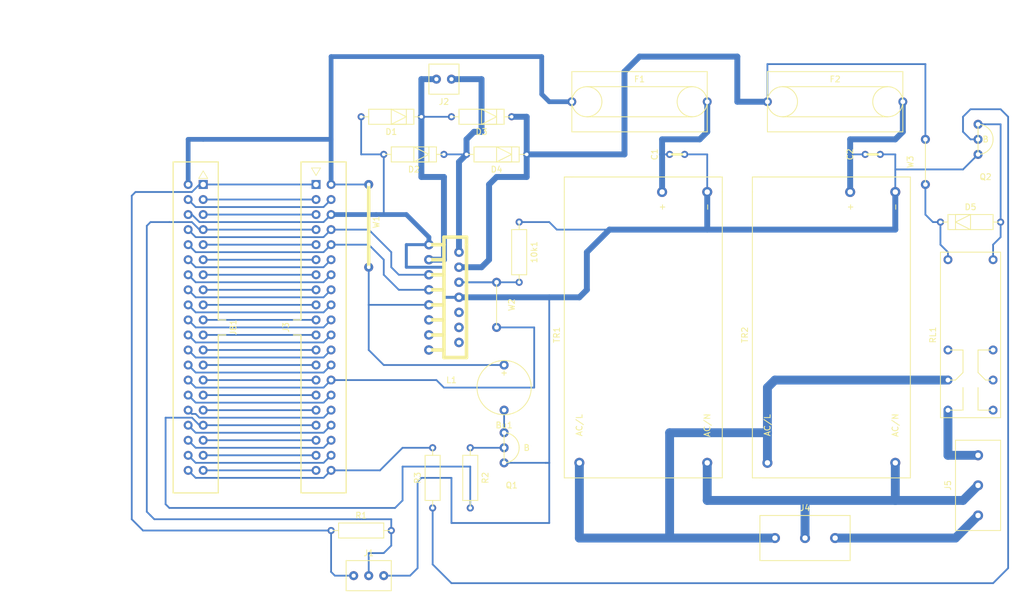
<source format=kicad_pcb>
(kicad_pcb (version 4) (host pcbnew 4.0.7)

  (general
    (links 97)
    (no_connects 1)
    (area 111.530001 30.32 284.580001 133.450001)
    (thickness 1.6)
    (drawings 7)
    (tracks 293)
    (zones 0)
    (modules 29)
    (nets 66)
  )

  (page A4)
  (layers
    (0 F.Cu signal)
    (31 B.Cu signal)
    (32 B.Adhes user)
    (33 F.Adhes user)
    (34 B.Paste user)
    (35 F.Paste user)
    (36 B.SilkS user)
    (37 F.SilkS user)
    (38 B.Mask user)
    (39 F.Mask user)
    (40 Dwgs.User user)
    (41 Cmts.User user)
    (42 Eco1.User user)
    (43 Eco2.User user)
    (44 Edge.Cuts user)
    (45 Margin user)
    (46 B.CrtYd user)
    (47 F.CrtYd user)
    (48 B.Fab user)
    (49 F.Fab user)
  )

  (setup
    (last_trace_width 0.3)
    (user_trace_width 0.3)
    (user_trace_width 0.5)
    (user_trace_width 0.8)
    (user_trace_width 1)
    (user_trace_width 1.5)
    (trace_clearance 0.2)
    (zone_clearance 0.508)
    (zone_45_only no)
    (trace_min 0.3)
    (segment_width 0.2)
    (edge_width 0.15)
    (via_size 0.6)
    (via_drill 0.4)
    (via_min_size 0.4)
    (via_min_drill 0.3)
    (user_via 0.8 0.5)
    (user_via 1 0.7)
    (user_via 1.2 0.8)
    (user_via 1.5 0.9)
    (uvia_size 0.3)
    (uvia_drill 0.1)
    (uvias_allowed no)
    (uvia_min_size 0.2)
    (uvia_min_drill 0.1)
    (pcb_text_width 0.3)
    (pcb_text_size 1.5 1.5)
    (mod_edge_width 0.15)
    (mod_text_size 1 1)
    (mod_text_width 0.15)
    (pad_size 1.2 1.2)
    (pad_drill 0.6)
    (pad_to_mask_clearance 0.2)
    (aux_axis_origin 0 0)
    (visible_elements 7FFFFFFF)
    (pcbplotparams
      (layerselection 0x00030_80000001)
      (usegerberextensions false)
      (excludeedgelayer true)
      (linewidth 0.100000)
      (plotframeref false)
      (viasonmask false)
      (mode 1)
      (useauxorigin false)
      (hpglpennumber 1)
      (hpglpenspeed 20)
      (hpglpendiameter 15)
      (hpglpenoverlay 2)
      (psnegative false)
      (psa4output false)
      (plotreference true)
      (plotvalue true)
      (plotinvisibletext false)
      (padsonsilk false)
      (subtractmaskfromsilk false)
      (outputformat 4)
      (mirror false)
      (drillshape 0)
      (scaleselection 1)
      (outputdirectory ./))
  )

  (net 0 "")
  (net 1 "Net-(10k1-Pad1)")
  (net 2 "Net-(10k1-Pad2)")
  (net 3 "Net-(Bu1-Pad1)")
  (net 4 "Net-(Bu1-Pad2)")
  (net 5 "Net-(C1-Pad2)")
  (net 6 "Net-(C2-Pad2)")
  (net 7 "Net-(D1-Pad2)")
  (net 8 "Net-(D2-Pad2)")
  (net 9 "Net-(D3-Pad2)")
  (net 10 "Net-(D5-Pad1)")
  (net 11 "Net-(F1-Pad1)")
  (net 12 "Net-(J1-Pad2)")
  (net 13 "Net-(J1-Pad3)")
  (net 14 "Net-(J3-Pad3)")
  (net 15 "Net-(J3-Pad4)")
  (net 16 "Net-(J3-Pad5)")
  (net 17 "Net-(J3-Pad8)")
  (net 18 "Net-(J3-Pad10)")
  (net 19 "Net-(J3-Pad11)")
  (net 20 "Net-(J3-Pad12)")
  (net 21 "Net-(J3-Pad13)")
  (net 22 "Net-(J3-Pad14)")
  (net 23 "Net-(J3-Pad15)")
  (net 24 "Net-(J3-Pad16)")
  (net 25 "Net-(J3-Pad17)")
  (net 26 "Net-(J3-Pad18)")
  (net 27 "Net-(J3-Pad19)")
  (net 28 "Net-(J3-Pad20)")
  (net 29 "Net-(J3-Pad21)")
  (net 30 "Net-(J3-Pad22)")
  (net 31 "Net-(J3-Pad23)")
  (net 32 "Net-(J3-Pad24)")
  (net 33 "Net-(J3-Pad25)")
  (net 34 "Net-(J3-Pad26)")
  (net 35 "Net-(J3-Pad27)")
  (net 36 "Net-(J3-Pad28)")
  (net 37 "Net-(J3-Pad29)")
  (net 38 "Net-(J3-Pad30)")
  (net 39 "Net-(J3-Pad31)")
  (net 40 "Net-(J3-Pad32)")
  (net 41 "Net-(J3-Pad33)")
  (net 42 "Net-(J3-Pad34)")
  (net 43 "Net-(J3-Pad35)")
  (net 44 "Net-(J3-Pad36)")
  (net 45 "Net-(J3-Pad37)")
  (net 46 "Net-(J3-Pad38)")
  (net 47 "Net-(J3-Pad39)")
  (net 48 "Net-(J3-Pad40)")
  (net 49 "Net-(J4-Pad1)")
  (net 50 "Net-(J4-Pad2)")
  (net 51 "Net-(J4-Pad3)")
  (net 52 "Net-(J5-Pad1)")
  (net 53 "Net-(L1-Pad10)")
  (net 54 "Net-(L1-Pad11)")
  (net 55 "Net-(L1-Pad12)")
  (net 56 "Net-(L1-Pad13)")
  (net 57 "Net-(L1-Pad14)")
  (net 58 "Net-(L1-Pad15)")
  (net 59 "Net-(Q1-Pad2)")
  (net 60 "Net-(Q2-Pad2)")
  (net 61 "Net-(RL1-Pad3)")
  (net 62 "Net-(RL1-Pad6)")
  (net 63 "Net-(RL1-Pad7)")
  (net 64 "Net-(RL1-Pad8)")
  (net 65 "Net-(J3-Pad9)")

  (net_class Default "Dies ist die voreingestellte Netzklasse."
    (clearance 0.2)
    (trace_width 0.3)
    (via_dia 0.6)
    (via_drill 0.4)
    (uvia_dia 0.3)
    (uvia_drill 0.1)
    (add_net "Net-(10k1-Pad1)")
    (add_net "Net-(10k1-Pad2)")
    (add_net "Net-(Bu1-Pad1)")
    (add_net "Net-(Bu1-Pad2)")
    (add_net "Net-(C1-Pad2)")
    (add_net "Net-(C2-Pad2)")
    (add_net "Net-(D1-Pad2)")
    (add_net "Net-(D2-Pad2)")
    (add_net "Net-(D3-Pad2)")
    (add_net "Net-(D5-Pad1)")
    (add_net "Net-(F1-Pad1)")
    (add_net "Net-(J1-Pad2)")
    (add_net "Net-(J1-Pad3)")
    (add_net "Net-(J3-Pad10)")
    (add_net "Net-(J3-Pad11)")
    (add_net "Net-(J3-Pad12)")
    (add_net "Net-(J3-Pad13)")
    (add_net "Net-(J3-Pad14)")
    (add_net "Net-(J3-Pad15)")
    (add_net "Net-(J3-Pad16)")
    (add_net "Net-(J3-Pad17)")
    (add_net "Net-(J3-Pad18)")
    (add_net "Net-(J3-Pad19)")
    (add_net "Net-(J3-Pad20)")
    (add_net "Net-(J3-Pad21)")
    (add_net "Net-(J3-Pad22)")
    (add_net "Net-(J3-Pad23)")
    (add_net "Net-(J3-Pad24)")
    (add_net "Net-(J3-Pad25)")
    (add_net "Net-(J3-Pad26)")
    (add_net "Net-(J3-Pad27)")
    (add_net "Net-(J3-Pad28)")
    (add_net "Net-(J3-Pad29)")
    (add_net "Net-(J3-Pad3)")
    (add_net "Net-(J3-Pad30)")
    (add_net "Net-(J3-Pad31)")
    (add_net "Net-(J3-Pad32)")
    (add_net "Net-(J3-Pad33)")
    (add_net "Net-(J3-Pad34)")
    (add_net "Net-(J3-Pad35)")
    (add_net "Net-(J3-Pad36)")
    (add_net "Net-(J3-Pad37)")
    (add_net "Net-(J3-Pad38)")
    (add_net "Net-(J3-Pad39)")
    (add_net "Net-(J3-Pad4)")
    (add_net "Net-(J3-Pad40)")
    (add_net "Net-(J3-Pad5)")
    (add_net "Net-(J3-Pad8)")
    (add_net "Net-(J3-Pad9)")
    (add_net "Net-(J4-Pad1)")
    (add_net "Net-(J4-Pad2)")
    (add_net "Net-(J4-Pad3)")
    (add_net "Net-(J5-Pad1)")
    (add_net "Net-(L1-Pad10)")
    (add_net "Net-(L1-Pad11)")
    (add_net "Net-(L1-Pad12)")
    (add_net "Net-(L1-Pad13)")
    (add_net "Net-(L1-Pad14)")
    (add_net "Net-(L1-Pad15)")
    (add_net "Net-(Q1-Pad2)")
    (add_net "Net-(Q2-Pad2)")
    (add_net "Net-(RL1-Pad3)")
    (add_net "Net-(RL1-Pad6)")
    (add_net "Net-(RL1-Pad7)")
    (add_net "Net-(RL1-Pad8)")
  )

  (net_class big ""
    (clearance 0.2)
    (trace_width 0.5)
    (via_dia 0.8)
    (via_drill 0.6)
    (uvia_dia 0.3)
    (uvia_drill 0.1)
  )

  (net_class power ""
    (clearance 0.2)
    (trace_width 1)
    (via_dia 1)
    (via_drill 0.8)
    (uvia_dia 0.3)
    (uvia_drill 0.1)
  )

  (module RasperryLib:Resistor (layer F.Cu) (tedit 5BAA9956) (tstamp 5BE74363)
    (at 199.39 72.39 90)
    (path /5BE33C83)
    (fp_text reference 10k1 (at 0 2.54 90) (layer F.SilkS)
      (effects (font (size 1 1) (thickness 0.15)))
    )
    (fp_text value 10k (at 0 -2.54 90) (layer F.Fab)
      (effects (font (size 1 1) (thickness 0.15)))
    )
    (fp_line (start 3.81 0) (end 5.08 0) (layer F.SilkS) (width 0.15))
    (fp_line (start -3.81 0) (end -5.08 0) (layer F.SilkS) (width 0.15))
    (fp_line (start -3.81 1.27) (end -3.81 -1.27) (layer F.SilkS) (width 0.15))
    (fp_line (start -3.81 -1.27) (end 3.81 -1.27) (layer F.SilkS) (width 0.15))
    (fp_line (start 3.81 -1.27) (end 3.81 1.27) (layer F.SilkS) (width 0.15))
    (fp_line (start 3.81 1.27) (end -3.81 1.27) (layer F.SilkS) (width 0.15))
    (pad 1 thru_hole circle (at -5.08 0 90) (size 1.2 1.2) (drill 0.6) (layers *.Cu *.Mask)
      (net 1 "Net-(10k1-Pad1)"))
    (pad 2 thru_hole circle (at 5.08 0 90) (size 1.2 1.2) (drill 0.6) (layers *.Cu *.Mask)
      (net 2 "Net-(10k1-Pad2)"))
  )

  (module RasperryLib:Buzzer1x2 (layer F.Cu) (tedit 5BAA921D) (tstamp 5BE74369)
    (at 196.85 95.25)
    (path /5BE33C7B)
    (fp_text reference Bu1 (at 0 6.35) (layer F.SilkS)
      (effects (font (size 1 1) (thickness 0.15)))
    )
    (fp_text value Buzzer_2 (at 0 -6.35) (layer F.Fab)
      (effects (font (size 1 1) (thickness 0.15)))
    )
    (fp_text user + (at 0 -2.54) (layer F.SilkS)
      (effects (font (size 1 1) (thickness 0.15)))
    )
    (fp_circle (center 0 0) (end -2.54 -3.81) (layer F.SilkS) (width 0.15))
    (pad 1 thru_hole circle (at 0 -3.81) (size 1.524 1.524) (drill 0.762) (layers *.Cu *.Mask)
      (net 3 "Net-(Bu1-Pad1)"))
    (pad 2 thru_hole circle (at 0 3.81) (size 1.524 1.524) (drill 0.762) (layers *.Cu *.Mask)
      (net 4 "Net-(Bu1-Pad2)"))
  )

  (module RasperryLib:Capacitor_Small (layer F.Cu) (tedit 5BAA9585) (tstamp 5BE7436F)
    (at 226.06 55.88 270)
    (path /5BE33C79)
    (fp_text reference C1 (at 0 3.81 270) (layer F.SilkS)
      (effects (font (size 1 1) (thickness 0.15)))
    )
    (fp_text value 100nf (at 0 -3.81 270) (layer F.Fab)
      (effects (font (size 1 1) (thickness 0.15)))
    )
    (fp_line (start 0 -1.27) (end 0 1.27) (layer F.SilkS) (width 0.4))
    (pad 1 thru_hole circle (at 0 -1.27 270) (size 1.2 1.2) (drill 0.6) (layers *.Cu *.Mask)
      (net 2 "Net-(10k1-Pad2)"))
    (pad 2 thru_hole circle (at 0 1.27 270) (size 1.2 1.2) (drill 0.6) (layers *.Cu *.Mask)
      (net 5 "Net-(C1-Pad2)"))
  )

  (module RasperryLib:Capacitor_Small (layer F.Cu) (tedit 5BAA9585) (tstamp 5BE74375)
    (at 259.08 55.88 270)
    (path /5BE33C7A)
    (fp_text reference C2 (at 0 3.81 270) (layer F.SilkS)
      (effects (font (size 1 1) (thickness 0.15)))
    )
    (fp_text value 100nF (at 0 -3.81 270) (layer F.Fab)
      (effects (font (size 1 1) (thickness 0.15)))
    )
    (fp_line (start 0 -1.27) (end 0 1.27) (layer F.SilkS) (width 0.4))
    (pad 1 thru_hole circle (at 0 -1.27 270) (size 1.2 1.2) (drill 0.6) (layers *.Cu *.Mask)
      (net 2 "Net-(10k1-Pad2)"))
    (pad 2 thru_hole circle (at 0 1.27 270) (size 1.2 1.2) (drill 0.6) (layers *.Cu *.Mask)
      (net 6 "Net-(C2-Pad2)"))
  )

  (module RasperryLib:Diode (layer F.Cu) (tedit 5BAA9893) (tstamp 5BE7437B)
    (at 177.8 49.53)
    (path /5BE33C7F)
    (fp_text reference D1 (at 0 2.54) (layer F.SilkS)
      (effects (font (size 1 1) (thickness 0.15)))
    )
    (fp_text value Diode (at 0 -2.54) (layer F.Fab)
      (effects (font (size 1 1) (thickness 0.15)))
    )
    (fp_line (start 3.81 0) (end 5.08 0) (layer F.SilkS) (width 0.15))
    (fp_line (start -3.81 0) (end -5.08 0) (layer F.SilkS) (width 0.15))
    (fp_line (start 2.54 -1.27) (end 2.54 1.27) (layer F.SilkS) (width 0.15))
    (fp_line (start 2.54 1.27) (end 0 1.27) (layer F.SilkS) (width 0.15))
    (fp_line (start 0 1.27) (end 2.54 0) (layer F.SilkS) (width 0.15))
    (fp_line (start 2.54 0) (end 0 -1.27) (layer F.SilkS) (width 0.15))
    (fp_line (start 0 -1.27) (end 0 1.27) (layer F.SilkS) (width 0.15))
    (fp_line (start -3.81 1.27) (end -3.81 -1.27) (layer F.SilkS) (width 0.15))
    (fp_line (start -3.81 -1.27) (end 3.81 -1.27) (layer F.SilkS) (width 0.15))
    (fp_line (start 3.81 -1.27) (end 3.81 1.27) (layer F.SilkS) (width 0.15))
    (fp_line (start 3.81 1.27) (end -3.81 1.27) (layer F.SilkS) (width 0.15))
    (pad 1 thru_hole circle (at -5.08 0) (size 1.2 1.2) (drill 0.6) (layers *.Cu *.Mask)
      (net 2 "Net-(10k1-Pad2)"))
    (pad 2 thru_hole circle (at 5.08 0) (size 1.2 1.2) (drill 0.6) (layers *.Cu *.Mask)
      (net 7 "Net-(D1-Pad2)"))
  )

  (module RasperryLib:Diode (layer F.Cu) (tedit 5BAA9893) (tstamp 5BE74381)
    (at 181.61 55.88)
    (path /5BE33C81)
    (fp_text reference D2 (at 0 2.54) (layer F.SilkS)
      (effects (font (size 1 1) (thickness 0.15)))
    )
    (fp_text value Diode (at 0 -2.54) (layer F.Fab)
      (effects (font (size 1 1) (thickness 0.15)))
    )
    (fp_line (start 3.81 0) (end 5.08 0) (layer F.SilkS) (width 0.15))
    (fp_line (start -3.81 0) (end -5.08 0) (layer F.SilkS) (width 0.15))
    (fp_line (start 2.54 -1.27) (end 2.54 1.27) (layer F.SilkS) (width 0.15))
    (fp_line (start 2.54 1.27) (end 0 1.27) (layer F.SilkS) (width 0.15))
    (fp_line (start 0 1.27) (end 2.54 0) (layer F.SilkS) (width 0.15))
    (fp_line (start 2.54 0) (end 0 -1.27) (layer F.SilkS) (width 0.15))
    (fp_line (start 0 -1.27) (end 0 1.27) (layer F.SilkS) (width 0.15))
    (fp_line (start -3.81 1.27) (end -3.81 -1.27) (layer F.SilkS) (width 0.15))
    (fp_line (start -3.81 -1.27) (end 3.81 -1.27) (layer F.SilkS) (width 0.15))
    (fp_line (start 3.81 -1.27) (end 3.81 1.27) (layer F.SilkS) (width 0.15))
    (fp_line (start 3.81 1.27) (end -3.81 1.27) (layer F.SilkS) (width 0.15))
    (pad 1 thru_hole circle (at -5.08 0) (size 1.2 1.2) (drill 0.6) (layers *.Cu *.Mask)
      (net 2 "Net-(10k1-Pad2)"))
    (pad 2 thru_hole circle (at 5.08 0) (size 1.2 1.2) (drill 0.6) (layers *.Cu *.Mask)
      (net 8 "Net-(D2-Pad2)"))
  )

  (module RasperryLib:Diode (layer F.Cu) (tedit 5BE80F09) (tstamp 5BE74387)
    (at 193.04 49.53)
    (path /5BE33C80)
    (fp_text reference D3 (at 0 2.54) (layer F.SilkS)
      (effects (font (size 1 1) (thickness 0.15)))
    )
    (fp_text value Diode (at 0 -2.54) (layer F.Fab)
      (effects (font (size 1 1) (thickness 0.15)))
    )
    (fp_line (start 3.81 0) (end 5.08 0) (layer F.SilkS) (width 0.15))
    (fp_line (start -3.81 0) (end -5.08 0) (layer F.SilkS) (width 0.15))
    (fp_line (start 2.54 -1.27) (end 2.54 1.27) (layer F.SilkS) (width 0.15))
    (fp_line (start 2.54 1.27) (end 0 1.27) (layer F.SilkS) (width 0.15))
    (fp_line (start 0 1.27) (end 2.54 0) (layer F.SilkS) (width 0.15))
    (fp_line (start 2.54 0) (end 0 -1.27) (layer F.SilkS) (width 0.15))
    (fp_line (start 0 -1.27) (end 0 1.27) (layer F.SilkS) (width 0.15))
    (fp_line (start -3.81 1.27) (end -3.81 -1.27) (layer F.SilkS) (width 0.15))
    (fp_line (start -3.81 -1.27) (end 3.81 -1.27) (layer F.SilkS) (width 0.15))
    (fp_line (start 3.81 -1.27) (end 3.81 1.27) (layer F.SilkS) (width 0.15))
    (fp_line (start 3.81 1.27) (end -3.81 1.27) (layer F.SilkS) (width 0.15))
    (pad 1 thru_hole circle (at -5.08 0) (size 1.2 1.2) (drill 0.6) (layers *.Cu *.Mask)
      (net 7 "Net-(D1-Pad2)"))
    (pad 2 thru_hole circle (at 5.08 0) (size 1.2 1.2) (drill 0.6) (layers *.Cu *.Mask)
      (net 9 "Net-(D3-Pad2)"))
  )

  (module RasperryLib:Diode (layer F.Cu) (tedit 5BAA9893) (tstamp 5BE7438D)
    (at 195.58 55.88)
    (path /5BE33C82)
    (fp_text reference D4 (at 0 2.54) (layer F.SilkS)
      (effects (font (size 1 1) (thickness 0.15)))
    )
    (fp_text value Diode (at 0 -2.54) (layer F.Fab)
      (effects (font (size 1 1) (thickness 0.15)))
    )
    (fp_line (start 3.81 0) (end 5.08 0) (layer F.SilkS) (width 0.15))
    (fp_line (start -3.81 0) (end -5.08 0) (layer F.SilkS) (width 0.15))
    (fp_line (start 2.54 -1.27) (end 2.54 1.27) (layer F.SilkS) (width 0.15))
    (fp_line (start 2.54 1.27) (end 0 1.27) (layer F.SilkS) (width 0.15))
    (fp_line (start 0 1.27) (end 2.54 0) (layer F.SilkS) (width 0.15))
    (fp_line (start 2.54 0) (end 0 -1.27) (layer F.SilkS) (width 0.15))
    (fp_line (start 0 -1.27) (end 0 1.27) (layer F.SilkS) (width 0.15))
    (fp_line (start -3.81 1.27) (end -3.81 -1.27) (layer F.SilkS) (width 0.15))
    (fp_line (start -3.81 -1.27) (end 3.81 -1.27) (layer F.SilkS) (width 0.15))
    (fp_line (start 3.81 -1.27) (end 3.81 1.27) (layer F.SilkS) (width 0.15))
    (fp_line (start 3.81 1.27) (end -3.81 1.27) (layer F.SilkS) (width 0.15))
    (pad 1 thru_hole circle (at -5.08 0) (size 1.2 1.2) (drill 0.6) (layers *.Cu *.Mask)
      (net 8 "Net-(D2-Pad2)"))
    (pad 2 thru_hole circle (at 5.08 0) (size 1.2 1.2) (drill 0.6) (layers *.Cu *.Mask)
      (net 9 "Net-(D3-Pad2)"))
  )

  (module RasperryLib:Diode (layer F.Cu) (tedit 5BAA9893) (tstamp 5BE74393)
    (at 275.59 67.31 180)
    (path /5BE33C87)
    (fp_text reference D5 (at 0 2.54 180) (layer F.SilkS)
      (effects (font (size 1 1) (thickness 0.15)))
    )
    (fp_text value Diode (at 0 -2.54 180) (layer F.Fab)
      (effects (font (size 1 1) (thickness 0.15)))
    )
    (fp_line (start 3.81 0) (end 5.08 0) (layer F.SilkS) (width 0.15))
    (fp_line (start -3.81 0) (end -5.08 0) (layer F.SilkS) (width 0.15))
    (fp_line (start 2.54 -1.27) (end 2.54 1.27) (layer F.SilkS) (width 0.15))
    (fp_line (start 2.54 1.27) (end 0 1.27) (layer F.SilkS) (width 0.15))
    (fp_line (start 0 1.27) (end 2.54 0) (layer F.SilkS) (width 0.15))
    (fp_line (start 2.54 0) (end 0 -1.27) (layer F.SilkS) (width 0.15))
    (fp_line (start 0 -1.27) (end 0 1.27) (layer F.SilkS) (width 0.15))
    (fp_line (start -3.81 1.27) (end -3.81 -1.27) (layer F.SilkS) (width 0.15))
    (fp_line (start -3.81 -1.27) (end 3.81 -1.27) (layer F.SilkS) (width 0.15))
    (fp_line (start 3.81 -1.27) (end 3.81 1.27) (layer F.SilkS) (width 0.15))
    (fp_line (start 3.81 1.27) (end -3.81 1.27) (layer F.SilkS) (width 0.15))
    (pad 1 thru_hole circle (at -5.08 0 180) (size 1.2 1.2) (drill 0.6) (layers *.Cu *.Mask)
      (net 10 "Net-(D5-Pad1)"))
    (pad 2 thru_hole circle (at 5.08 0 180) (size 1.2 1.2) (drill 0.6) (layers *.Cu *.Mask)
      (net 9 "Net-(D3-Pad2)"))
  )

  (module RasperryLib:Fuse (layer F.Cu) (tedit 5BE80E62) (tstamp 5BE74399)
    (at 219.71 46.99 180)
    (path /5BE33C7C)
    (fp_text reference F1 (at 0 3.81 180) (layer F.SilkS)
      (effects (font (size 1 1) (thickness 0.15)))
    )
    (fp_text value Fuse (at 0 -3.81 180) (layer F.Fab)
      (effects (font (size 1 1) (thickness 0.15)))
    )
    (fp_line (start 7.62 2.54) (end 8.89 2.54) (layer F.SilkS) (width 0.15))
    (fp_line (start 7.62 2.54) (end -8.89 2.54) (layer F.SilkS) (width 0.15))
    (fp_line (start 8.89 -2.54) (end -8.89 -2.54) (layer F.SilkS) (width 0.15))
    (fp_circle (center 8.89 0) (end 8.89 -2.54) (layer F.SilkS) (width 0.15))
    (fp_circle (center -8.89 0) (end -8.89 -2.54) (layer F.SilkS) (width 0.15))
    (fp_line (start 11.43 5.08) (end 11.43 -5.08) (layer F.SilkS) (width 0.15))
    (fp_line (start 11.43 -5.08) (end -11.43 -5.08) (layer F.SilkS) (width 0.15))
    (fp_line (start -11.43 -5.08) (end -11.43 5.08) (layer F.SilkS) (width 0.15))
    (fp_line (start -11.43 5.08) (end 11.43 5.08) (layer F.SilkS) (width 0.15))
    (pad 1 thru_hole circle (at 11.43 0 180) (size 1.5 1.5) (drill 0.8) (layers *.Cu *.Mask)
      (net 11 "Net-(F1-Pad1)"))
    (pad 2 thru_hole circle (at -11.43 0 180) (size 1.5 1.5) (drill 0.8) (layers *.Cu *.Mask)
      (net 5 "Net-(C1-Pad2)"))
  )

  (module RasperryLib:Fuse (layer F.Cu) (tedit 5BE80E4B) (tstamp 5BE7439F)
    (at 252.73 46.99 180)
    (path /5BE33C84)
    (fp_text reference F2 (at 0 3.81 180) (layer F.SilkS)
      (effects (font (size 1 1) (thickness 0.15)))
    )
    (fp_text value Fuse (at 0 -3.81 180) (layer F.Fab)
      (effects (font (size 1 1) (thickness 0.15)))
    )
    (fp_line (start 7.62 2.54) (end 8.89 2.54) (layer F.SilkS) (width 0.15))
    (fp_line (start 7.62 2.54) (end -8.89 2.54) (layer F.SilkS) (width 0.15))
    (fp_line (start 8.89 -2.54) (end -8.89 -2.54) (layer F.SilkS) (width 0.15))
    (fp_circle (center 8.89 0) (end 8.89 -2.54) (layer F.SilkS) (width 0.15))
    (fp_circle (center -8.89 0) (end -8.89 -2.54) (layer F.SilkS) (width 0.15))
    (fp_line (start 11.43 5.08) (end 11.43 -5.08) (layer F.SilkS) (width 0.15))
    (fp_line (start 11.43 -5.08) (end -11.43 -5.08) (layer F.SilkS) (width 0.15))
    (fp_line (start -11.43 -5.08) (end -11.43 5.08) (layer F.SilkS) (width 0.15))
    (fp_line (start -11.43 5.08) (end 11.43 5.08) (layer F.SilkS) (width 0.15))
    (pad 1 thru_hole circle (at 11.43 0 180) (size 1.5 1.5) (drill 0.8) (layers *.Cu *.Mask)
      (net 9 "Net-(D3-Pad2)"))
    (pad 2 thru_hole circle (at -11.43 0 180) (size 1.5 1.5) (drill 0.8) (layers *.Cu *.Mask)
      (net 6 "Net-(C2-Pad2)"))
  )

  (module RasperryLib:Conn_Small1x3 (layer F.Cu) (tedit 5BAA9499) (tstamp 5BE743A6)
    (at 173.99 127 180)
    (path /5BE33C74)
    (fp_text reference J1 (at 0 3.81 180) (layer F.SilkS)
      (effects (font (size 1 1) (thickness 0.15)))
    )
    (fp_text value Conn_01x03 (at 0 -3.81 180) (layer F.Fab)
      (effects (font (size 1 1) (thickness 0.15)))
    )
    (fp_line (start 3.81 -2.54) (end -3.81 -2.54) (layer F.SilkS) (width 0.15))
    (fp_line (start -3.81 -2.54) (end -3.81 2.54) (layer F.SilkS) (width 0.15))
    (fp_line (start -3.81 2.54) (end 3.81 2.54) (layer F.SilkS) (width 0.15))
    (fp_line (start 3.81 2.54) (end 3.81 -2.54) (layer F.SilkS) (width 0.15))
    (pad 1 thru_hole circle (at -2.54 0 180) (size 1.524 1.524) (drill 0.7) (layers *.Cu *.Mask)
      (net 2 "Net-(10k1-Pad2)"))
    (pad 2 thru_hole circle (at 0 0 180) (size 1.524 1.524) (drill 0.7) (layers *.Cu *.Mask)
      (net 12 "Net-(J1-Pad2)"))
    (pad 3 thru_hole circle (at 2.54 0 180) (size 1.524 1.524) (drill 0.7) (layers *.Cu *.Mask)
      (net 13 "Net-(J1-Pad3)"))
  )

  (module RasperryLib:Conn_Small1x2 (layer F.Cu) (tedit 5BAA94DD) (tstamp 5BE743AC)
    (at 186.69 43.18)
    (path /5BE33C71)
    (fp_text reference J2 (at 0 3.81) (layer F.SilkS)
      (effects (font (size 1 1) (thickness 0.15)))
    )
    (fp_text value Conn_01x02 (at 0 -3.81) (layer F.Fab)
      (effects (font (size 1 1) (thickness 0.15)))
    )
    (fp_line (start -2.54 -2.54) (end 2.54 -2.54) (layer F.SilkS) (width 0.15))
    (fp_line (start 2.54 -2.54) (end 2.54 2.54) (layer F.SilkS) (width 0.15))
    (fp_line (start 2.54 2.54) (end -2.54 2.54) (layer F.SilkS) (width 0.15))
    (fp_line (start -2.54 2.54) (end -2.54 -2.54) (layer F.SilkS) (width 0.15))
    (pad 1 thru_hole circle (at -1.27 0) (size 1.524 1.524) (drill 0.7) (layers *.Cu *.Mask)
      (net 7 "Net-(D1-Pad2)"))
    (pad 2 thru_hole circle (at 1.27 0) (size 1.524 1.524) (drill 0.7) (layers *.Cu *.Mask)
      (net 8 "Net-(D2-Pad2)"))
  )

  (module RasperryLib:RaspiConnector (layer F.Cu) (tedit 5BE34BD6) (tstamp 5BE743D8)
    (at 166.37 85.09 270)
    (descr "Raspi 2x40 Connector")
    (tags "CONN Raspi j8")
    (path /5BE33C88)
    (attr smd)
    (fp_text reference J3 (at 0 6.35 270) (layer F.SilkS)
      (effects (font (size 1 1) (thickness 0.15)))
    )
    (fp_text value J8Header (at -1.27 -5.08 270) (layer F.Fab)
      (effects (font (size 1 1) (thickness 0.15)))
    )
    (fp_line (start -1.27 5.08) (end -1.27 3.81) (layer F.SilkS) (width 0.2))
    (fp_line (start -1.27 3.81) (end -27.94 3.81) (layer F.SilkS) (width 0.2))
    (fp_line (start -27.94 3.81) (end -27.94 -3.81) (layer F.SilkS) (width 0.2))
    (fp_line (start -27.94 -3.81) (end 27.94 -3.81) (layer F.SilkS) (width 0.2))
    (fp_line (start 27.94 -3.81) (end 27.94 3.81) (layer F.SilkS) (width 0.2))
    (fp_line (start 27.94 3.81) (end 1.27 3.81) (layer F.SilkS) (width 0.2))
    (fp_line (start 1.27 3.81) (end 1.27 5.08) (layer F.SilkS) (width 0.2))
    (fp_line (start -25.65 1.27) (end -26.92 0.51) (layer F.SilkS) (width 0.12))
    (fp_line (start -26.92 0.51) (end -26.92 2.03) (layer F.SilkS) (width 0.12))
    (fp_line (start -26.92 2.03) (end -25.65 1.27) (layer F.SilkS) (width 0.12))
    (fp_line (start -1.78 4.32) (end -1.78 3.56) (layer F.Fab) (width 0.1))
    (fp_line (start -1.78 3.56) (end -27.94 3.56) (layer F.Fab) (width 0.1))
    (fp_line (start -27.94 3.56) (end -27.94 -3.56) (layer F.Fab) (width 0.1))
    (fp_line (start -27.94 -3.56) (end 27.94 -3.56) (layer F.Fab) (width 0.1))
    (fp_line (start 27.94 -3.56) (end 27.94 3.56) (layer F.Fab) (width 0.1))
    (fp_line (start 27.94 3.56) (end 1.78 3.56) (layer F.Fab) (width 0.1))
    (fp_line (start 1.78 3.56) (end 1.78 4.32) (layer F.Fab) (width 0.1))
    (pad 1 thru_hole rect (at -24.13 1.27 270) (size 1.52 1.52) (drill 0.91) (layers *.Cu *.Mask)
      (net 13 "Net-(J1-Pad3)"))
    (pad 2 thru_hole circle (at -24.13 -1.27 270) (size 1.5 1.5) (drill 0.8) (layers *.Cu *.Mask)
      (net 11 "Net-(F1-Pad1)"))
    (pad 3 thru_hole circle (at -21.59 1.27 270) (size 1.5 1.5) (drill 0.8) (layers *.Cu *.Mask)
      (net 14 "Net-(J3-Pad3)"))
    (pad 4 thru_hole circle (at -21.59 -1.27 270) (size 1.5 1.5) (drill 0.8) (layers *.Cu *.Mask)
      (net 15 "Net-(J3-Pad4)"))
    (pad 5 thru_hole circle (at -19.05 1.27 270) (size 1.5 1.5) (drill 0.8) (layers *.Cu *.Mask)
      (net 16 "Net-(J3-Pad5)"))
    (pad 6 thru_hole circle (at -19.05 -1.27 270) (size 1.5 1.5) (drill 0.8) (layers *.Cu *.Mask)
      (net 2 "Net-(10k1-Pad2)"))
    (pad 7 thru_hole circle (at -16.51 1.27 270) (size 1.5 1.5) (drill 0.8) (layers *.Cu *.Mask)
      (net 12 "Net-(J1-Pad2)"))
    (pad 8 thru_hole circle (at -16.51 -1.27 270) (size 1.5 1.5) (drill 0.8) (layers *.Cu *.Mask)
      (net 17 "Net-(J3-Pad8)"))
    (pad 9 thru_hole circle (at -13.97 1.27 270) (size 1.5 1.5) (drill 0.8) (layers *.Cu *.Mask)
      (net 65 "Net-(J3-Pad9)"))
    (pad 10 thru_hole circle (at -13.97 -1.27 270) (size 1.5 1.5) (drill 0.8) (layers *.Cu *.Mask)
      (net 18 "Net-(J3-Pad10)"))
    (pad 11 thru_hole circle (at -11.43 1.27 270) (size 1.5 1.5) (drill 0.8) (layers *.Cu *.Mask)
      (net 19 "Net-(J3-Pad11)"))
    (pad 12 thru_hole circle (at -11.43 -1.27 270) (size 1.5 1.5) (drill 0.8) (layers *.Cu *.Mask)
      (net 20 "Net-(J3-Pad12)"))
    (pad 13 thru_hole circle (at -8.89 1.27 270) (size 1.5 1.5) (drill 0.8) (layers *.Cu *.Mask)
      (net 21 "Net-(J3-Pad13)"))
    (pad 14 thru_hole circle (at -8.89 -1.27 270) (size 1.5 1.5) (drill 0.8) (layers *.Cu *.Mask)
      (net 22 "Net-(J3-Pad14)"))
    (pad 15 thru_hole circle (at -6.35 1.27 270) (size 1.5 1.5) (drill 0.8) (layers *.Cu *.Mask)
      (net 23 "Net-(J3-Pad15)"))
    (pad 16 thru_hole circle (at -6.35 -1.27 270) (size 1.5 1.5) (drill 0.8) (layers *.Cu *.Mask)
      (net 24 "Net-(J3-Pad16)"))
    (pad 17 thru_hole circle (at -3.81 1.27 270) (size 1.5 1.5) (drill 0.8) (layers *.Cu *.Mask)
      (net 25 "Net-(J3-Pad17)"))
    (pad 18 thru_hole circle (at -3.81 -1.27 270) (size 1.5 1.5) (drill 0.8) (layers *.Cu *.Mask)
      (net 26 "Net-(J3-Pad18)"))
    (pad 19 thru_hole circle (at -1.27 1.27 270) (size 1.5 1.5) (drill 0.8) (layers *.Cu *.Mask)
      (net 27 "Net-(J3-Pad19)"))
    (pad 20 thru_hole circle (at -1.27 -1.27 270) (size 1.5 1.5) (drill 0.8) (layers *.Cu *.Mask)
      (net 28 "Net-(J3-Pad20)"))
    (pad 21 thru_hole circle (at 1.27 1.27 270) (size 1.5 1.5) (drill 0.8) (layers *.Cu *.Mask)
      (net 29 "Net-(J3-Pad21)"))
    (pad 22 thru_hole circle (at 1.27 -1.27 270) (size 1.5 1.5) (drill 0.8) (layers *.Cu *.Mask)
      (net 30 "Net-(J3-Pad22)"))
    (pad 23 thru_hole circle (at 3.81 1.27 270) (size 1.5 1.5) (drill 0.8) (layers *.Cu *.Mask)
      (net 31 "Net-(J3-Pad23)"))
    (pad 24 thru_hole circle (at 3.81 -1.27 270) (size 1.5 1.5) (drill 0.8) (layers *.Cu *.Mask)
      (net 32 "Net-(J3-Pad24)"))
    (pad 25 thru_hole circle (at 6.35 1.27 270) (size 1.5 1.5) (drill 0.8) (layers *.Cu *.Mask)
      (net 33 "Net-(J3-Pad25)"))
    (pad 26 thru_hole circle (at 6.35 -1.27 270) (size 1.5 1.5) (drill 0.8) (layers *.Cu *.Mask)
      (net 34 "Net-(J3-Pad26)"))
    (pad 27 thru_hole circle (at 8.89 1.27 270) (size 1.5 1.5) (drill 0.8) (layers *.Cu *.Mask)
      (net 35 "Net-(J3-Pad27)"))
    (pad 28 thru_hole circle (at 8.89 -1.27 270) (size 1.5 1.5) (drill 0.8) (layers *.Cu *.Mask)
      (net 36 "Net-(J3-Pad28)"))
    (pad 29 thru_hole circle (at 11.43 1.27 270) (size 1.5 1.5) (drill 0.8) (layers *.Cu *.Mask)
      (net 37 "Net-(J3-Pad29)"))
    (pad 30 thru_hole circle (at 11.43 -1.27 270) (size 1.5 1.5) (drill 0.8) (layers *.Cu *.Mask)
      (net 38 "Net-(J3-Pad30)"))
    (pad 31 thru_hole circle (at 13.97 1.27 270) (size 1.5 1.5) (drill 0.8) (layers *.Cu *.Mask)
      (net 39 "Net-(J3-Pad31)"))
    (pad 32 thru_hole circle (at 13.97 -1.27 270) (size 1.5 1.5) (drill 0.8) (layers *.Cu *.Mask)
      (net 40 "Net-(J3-Pad32)"))
    (pad 33 thru_hole circle (at 16.51 1.27 270) (size 1.5 1.5) (drill 0.8) (layers *.Cu *.Mask)
      (net 41 "Net-(J3-Pad33)"))
    (pad 34 thru_hole circle (at 16.51 -1.27 270) (size 1.5 1.5) (drill 0.8) (layers *.Cu *.Mask)
      (net 42 "Net-(J3-Pad34)"))
    (pad 35 thru_hole circle (at 19.05 1.27 270) (size 1.5 1.5) (drill 0.8) (layers *.Cu *.Mask)
      (net 43 "Net-(J3-Pad35)"))
    (pad 36 thru_hole circle (at 19.05 -1.27 270) (size 1.5 1.5) (drill 0.8) (layers *.Cu *.Mask)
      (net 44 "Net-(J3-Pad36)"))
    (pad 37 thru_hole circle (at 21.59 1.27 270) (size 1.5 1.5) (drill 0.8) (layers *.Cu *.Mask)
      (net 45 "Net-(J3-Pad37)"))
    (pad 38 thru_hole circle (at 21.59 -1.27 270) (size 1.5 1.5) (drill 0.8) (layers *.Cu *.Mask)
      (net 46 "Net-(J3-Pad38)"))
    (pad 39 thru_hole circle (at 24.13 1.27 270) (size 1.5 1.5) (drill 0.8) (layers *.Cu *.Mask)
      (net 47 "Net-(J3-Pad39)"))
    (pad 40 thru_hole circle (at 24.13 -1.27 270) (size 1.5 1.5) (drill 0.8) (layers *.Cu *.Mask)
      (net 48 "Net-(J3-Pad40)"))
  )

  (module RasperryLib:Connector1x3 (layer F.Cu) (tedit 5BE34ED2) (tstamp 5BE743DF)
    (at 247.65 120.65 180)
    (path /5BE33C72)
    (fp_text reference J4 (at 0 5.08 180) (layer F.SilkS)
      (effects (font (size 1 1) (thickness 0.15)))
    )
    (fp_text value Conn_01x03 (at 0 -5.08 180) (layer F.Fab)
      (effects (font (size 1 1) (thickness 0.15)))
    )
    (fp_line (start -7.62 3.81) (end -7.62 -3.81) (layer F.SilkS) (width 0.15))
    (fp_line (start 7.62 -3.81) (end 7.62 3.81) (layer F.SilkS) (width 0.15))
    (fp_line (start -7.62 -3.81) (end 7.62 -3.81) (layer F.SilkS) (width 0.15))
    (fp_line (start -7.62 3.81) (end 7.62 3.81) (layer F.SilkS) (width 0.15))
    (pad 1 thru_hole circle (at -5.08 0 180) (size 1.7 1.7) (drill 0.9) (layers *.Cu *.Mask)
      (net 49 "Net-(J4-Pad1)"))
    (pad 2 thru_hole circle (at 0 0 180) (size 1.7 1.7) (drill 0.9) (layers *.Cu *.Mask)
      (net 50 "Net-(J4-Pad2)"))
    (pad 3 thru_hole circle (at 5.08 0 180) (size 1.7 1.7) (drill 0.9) (layers *.Cu *.Mask)
      (net 51 "Net-(J4-Pad3)"))
  )

  (module RasperryLib:Connector1x3 (layer F.Cu) (tedit 5BE34ED2) (tstamp 5BE743E6)
    (at 276.86 111.76 270)
    (path /5BE33C73)
    (fp_text reference J5 (at 0 5.08 270) (layer F.SilkS)
      (effects (font (size 1 1) (thickness 0.15)))
    )
    (fp_text value Conn_01x03 (at 0 -5.08 270) (layer F.Fab)
      (effects (font (size 1 1) (thickness 0.15)))
    )
    (fp_line (start -7.62 3.81) (end -7.62 -3.81) (layer F.SilkS) (width 0.15))
    (fp_line (start 7.62 -3.81) (end 7.62 3.81) (layer F.SilkS) (width 0.15))
    (fp_line (start -7.62 -3.81) (end 7.62 -3.81) (layer F.SilkS) (width 0.15))
    (fp_line (start -7.62 3.81) (end 7.62 3.81) (layer F.SilkS) (width 0.15))
    (pad 1 thru_hole circle (at -5.08 0 270) (size 1.7 1.7) (drill 0.9) (layers *.Cu *.Mask)
      (net 52 "Net-(J5-Pad1)"))
    (pad 2 thru_hole circle (at 0 0 270) (size 1.7 1.7) (drill 0.9) (layers *.Cu *.Mask)
      (net 50 "Net-(J4-Pad2)"))
    (pad 3 thru_hole circle (at 5.08 0 270) (size 1.7 1.7) (drill 0.9) (layers *.Cu *.Mask)
      (net 49 "Net-(J4-Pad1)"))
  )

  (module RasperryLib:RaspiConnectorTurned (layer F.Cu) (tedit 5BE34B9F) (tstamp 5BE74412)
    (at 144.78 85.09 90)
    (descr "Raspi 2x40 Connector")
    (tags "CONN Raspi j8")
    (path /5BE35E85)
    (attr smd)
    (fp_text reference J81 (at 0 6.35 90) (layer F.SilkS)
      (effects (font (size 1 1) (thickness 0.15)))
    )
    (fp_text value J8HeaderTurned (at -1.27 -5.08 90) (layer F.Fab)
      (effects (font (size 1 1) (thickness 0.15)))
    )
    (fp_line (start -1.27 5.08) (end -1.27 3.81) (layer F.SilkS) (width 0.2))
    (fp_line (start -1.27 3.81) (end -27.94 3.81) (layer F.SilkS) (width 0.2))
    (fp_line (start -27.94 3.81) (end -27.94 -3.81) (layer F.SilkS) (width 0.2))
    (fp_line (start -27.94 -3.81) (end 27.94 -3.81) (layer F.SilkS) (width 0.2))
    (fp_line (start 27.94 -3.81) (end 27.94 3.81) (layer F.SilkS) (width 0.2))
    (fp_line (start 27.94 3.81) (end 1.27 3.81) (layer F.SilkS) (width 0.2))
    (fp_line (start 1.27 3.81) (end 1.27 5.08) (layer F.SilkS) (width 0.2))
    (fp_line (start 26.42 1.27) (end 25.15 0.51) (layer F.SilkS) (width 0.12))
    (fp_line (start 25.15 0.51) (end 25.15 2.03) (layer F.SilkS) (width 0.12))
    (fp_line (start 25.15 2.03) (end 26.42 1.27) (layer F.SilkS) (width 0.12))
    (fp_line (start -1.78 4.32) (end -1.78 3.56) (layer F.Fab) (width 0.1))
    (fp_line (start -1.78 3.56) (end -27.94 3.56) (layer F.Fab) (width 0.1))
    (fp_line (start -27.94 3.56) (end -27.94 -3.56) (layer F.Fab) (width 0.1))
    (fp_line (start -27.94 -3.56) (end 27.94 -3.56) (layer F.Fab) (width 0.1))
    (fp_line (start 27.94 -3.56) (end 27.94 3.56) (layer F.Fab) (width 0.1))
    (fp_line (start 27.94 3.56) (end 1.78 3.56) (layer F.Fab) (width 0.1))
    (fp_line (start 1.78 3.56) (end 1.78 4.32) (layer F.Fab) (width 0.1))
    (pad 1 thru_hole rect (at 24.13 1.27 90) (size 1.52 1.52) (drill 0.91) (layers *.Cu *.Mask)
      (net 13 "Net-(J1-Pad3)"))
    (pad 2 thru_hole circle (at 24.13 -1.27 90) (size 1.5 1.5) (drill 0.8) (layers *.Cu *.Mask)
      (net 11 "Net-(F1-Pad1)"))
    (pad 3 thru_hole circle (at 21.59 1.27 90) (size 1.5 1.5) (drill 0.8) (layers *.Cu *.Mask)
      (net 14 "Net-(J3-Pad3)"))
    (pad 4 thru_hole circle (at 21.59 -1.27 90) (size 1.5 1.5) (drill 0.8) (layers *.Cu *.Mask)
      (net 15 "Net-(J3-Pad4)"))
    (pad 5 thru_hole circle (at 19.05 1.27 90) (size 1.5 1.5) (drill 0.8) (layers *.Cu *.Mask)
      (net 16 "Net-(J3-Pad5)"))
    (pad 6 thru_hole circle (at 19.05 -1.27 90) (size 1.5 1.5) (drill 0.8) (layers *.Cu *.Mask)
      (net 2 "Net-(10k1-Pad2)"))
    (pad 7 thru_hole circle (at 16.51 1.27 90) (size 1.5 1.5) (drill 0.8) (layers *.Cu *.Mask)
      (net 12 "Net-(J1-Pad2)"))
    (pad 8 thru_hole circle (at 16.51 -1.27 90) (size 1.5 1.5) (drill 0.8) (layers *.Cu *.Mask)
      (net 17 "Net-(J3-Pad8)"))
    (pad 9 thru_hole circle (at 13.97 1.27 90) (size 1.5 1.5) (drill 0.8) (layers *.Cu *.Mask)
      (net 65 "Net-(J3-Pad9)"))
    (pad 10 thru_hole circle (at 13.97 -1.27 90) (size 1.5 1.5) (drill 0.8) (layers *.Cu *.Mask)
      (net 18 "Net-(J3-Pad10)"))
    (pad 11 thru_hole circle (at 11.43 1.27 90) (size 1.5 1.5) (drill 0.8) (layers *.Cu *.Mask)
      (net 19 "Net-(J3-Pad11)"))
    (pad 12 thru_hole circle (at 11.43 -1.27 90) (size 1.5 1.5) (drill 0.8) (layers *.Cu *.Mask)
      (net 20 "Net-(J3-Pad12)"))
    (pad 13 thru_hole circle (at 8.89 1.27 90) (size 1.5 1.5) (drill 0.8) (layers *.Cu *.Mask)
      (net 21 "Net-(J3-Pad13)"))
    (pad 14 thru_hole circle (at 8.89 -1.27 90) (size 1.5 1.5) (drill 0.8) (layers *.Cu *.Mask)
      (net 22 "Net-(J3-Pad14)"))
    (pad 15 thru_hole circle (at 6.35 1.27 90) (size 1.5 1.5) (drill 0.8) (layers *.Cu *.Mask)
      (net 23 "Net-(J3-Pad15)"))
    (pad 16 thru_hole circle (at 6.35 -1.27 90) (size 1.5 1.5) (drill 0.8) (layers *.Cu *.Mask)
      (net 24 "Net-(J3-Pad16)"))
    (pad 17 thru_hole circle (at 3.81 1.27 90) (size 1.5 1.5) (drill 0.8) (layers *.Cu *.Mask)
      (net 25 "Net-(J3-Pad17)"))
    (pad 18 thru_hole circle (at 3.81 -1.27 90) (size 1.5 1.5) (drill 0.8) (layers *.Cu *.Mask)
      (net 26 "Net-(J3-Pad18)"))
    (pad 19 thru_hole circle (at 1.27 1.27 90) (size 1.5 1.5) (drill 0.8) (layers *.Cu *.Mask)
      (net 27 "Net-(J3-Pad19)"))
    (pad 20 thru_hole circle (at 1.27 -1.27 90) (size 1.5 1.5) (drill 0.8) (layers *.Cu *.Mask)
      (net 28 "Net-(J3-Pad20)"))
    (pad 21 thru_hole circle (at -1.27 1.27 90) (size 1.5 1.5) (drill 0.8) (layers *.Cu *.Mask)
      (net 29 "Net-(J3-Pad21)"))
    (pad 22 thru_hole circle (at -1.27 -1.27 90) (size 1.5 1.5) (drill 0.8) (layers *.Cu *.Mask)
      (net 30 "Net-(J3-Pad22)"))
    (pad 23 thru_hole circle (at -3.81 1.27 90) (size 1.5 1.5) (drill 0.8) (layers *.Cu *.Mask)
      (net 31 "Net-(J3-Pad23)"))
    (pad 24 thru_hole circle (at -3.81 -1.27 90) (size 1.5 1.5) (drill 0.8) (layers *.Cu *.Mask)
      (net 32 "Net-(J3-Pad24)"))
    (pad 25 thru_hole circle (at -6.35 1.27 90) (size 1.5 1.5) (drill 0.8) (layers *.Cu *.Mask)
      (net 33 "Net-(J3-Pad25)"))
    (pad 26 thru_hole circle (at -6.35 -1.27 90) (size 1.5 1.5) (drill 0.8) (layers *.Cu *.Mask)
      (net 34 "Net-(J3-Pad26)"))
    (pad 27 thru_hole circle (at -8.89 1.27 90) (size 1.5 1.5) (drill 0.8) (layers *.Cu *.Mask)
      (net 35 "Net-(J3-Pad27)"))
    (pad 28 thru_hole circle (at -8.89 -1.27 90) (size 1.5 1.5) (drill 0.8) (layers *.Cu *.Mask)
      (net 36 "Net-(J3-Pad28)"))
    (pad 29 thru_hole circle (at -11.43 1.27 90) (size 1.5 1.5) (drill 0.8) (layers *.Cu *.Mask)
      (net 37 "Net-(J3-Pad29)"))
    (pad 30 thru_hole circle (at -11.43 -1.27 90) (size 1.5 1.5) (drill 0.8) (layers *.Cu *.Mask)
      (net 38 "Net-(J3-Pad30)"))
    (pad 31 thru_hole circle (at -13.97 1.27 90) (size 1.5 1.5) (drill 0.8) (layers *.Cu *.Mask)
      (net 39 "Net-(J3-Pad31)"))
    (pad 32 thru_hole circle (at -13.97 -1.27 90) (size 1.5 1.5) (drill 0.8) (layers *.Cu *.Mask)
      (net 40 "Net-(J3-Pad32)"))
    (pad 33 thru_hole circle (at -16.51 1.27 90) (size 1.5 1.5) (drill 0.8) (layers *.Cu *.Mask)
      (net 41 "Net-(J3-Pad33)"))
    (pad 34 thru_hole circle (at -16.51 -1.27 90) (size 1.5 1.5) (drill 0.8) (layers *.Cu *.Mask)
      (net 42 "Net-(J3-Pad34)"))
    (pad 35 thru_hole circle (at -19.05 1.27 90) (size 1.5 1.5) (drill 0.8) (layers *.Cu *.Mask)
      (net 43 "Net-(J3-Pad35)"))
    (pad 36 thru_hole circle (at -19.05 -1.27 90) (size 1.5 1.5) (drill 0.8) (layers *.Cu *.Mask)
      (net 44 "Net-(J3-Pad36)"))
    (pad 37 thru_hole circle (at -21.59 1.27 90) (size 1.5 1.5) (drill 0.8) (layers *.Cu *.Mask)
      (net 45 "Net-(J3-Pad37)"))
    (pad 38 thru_hole circle (at -21.59 -1.27 90) (size 1.5 1.5) (drill 0.8) (layers *.Cu *.Mask)
      (net 46 "Net-(J3-Pad38)"))
    (pad 39 thru_hole circle (at -24.13 1.27 90) (size 1.5 1.5) (drill 0.8) (layers *.Cu *.Mask)
      (net 47 "Net-(J3-Pad39)"))
    (pad 40 thru_hole circle (at -24.13 -1.27 90) (size 1.5 1.5) (drill 0.8) (layers *.Cu *.Mask)
      (net 48 "Net-(J3-Pad40)"))
  )

  (module RasperryLib:L298 (layer F.Cu) (tedit 5BE34E7D) (tstamp 5BE74425)
    (at 187.96 83.82)
    (descr L298)
    (tags "L298 Motortreiber")
    (path /5BE33C75)
    (fp_text reference L1 (at 0 10.16) (layer F.SilkS)
      (effects (font (size 1 1) (thickness 0.15)))
    )
    (fp_text value L298 (at 0 -17.78 180) (layer F.Fab)
      (effects (font (size 1 1) (thickness 0.15)))
    )
    (fp_line (start -1.27 -13.97) (end -1.27 -12.7) (layer F.SilkS) (width 0.6))
    (fp_line (start -1.27 -13.97) (end 2.54 -13.97) (layer F.SilkS) (width 0.6))
    (fp_line (start 2.54 -13.97) (end 2.54 -12.7) (layer F.SilkS) (width 0.6))
    (fp_line (start 2.54 -12.7) (end 2.54 6.35) (layer F.SilkS) (width 0.6))
    (fp_line (start 2.54 6.35) (end -1.27 6.35) (layer F.SilkS) (width 0.6))
    (fp_line (start -1.27 6.35) (end -1.27 -12.7) (layer F.SilkS) (width 0.6))
    (fp_line (start -3.81 5.08) (end -1.27 5.08) (layer F.SilkS) (width 0.6))
    (fp_line (start -3.81 2.54) (end -1.27 2.54) (layer F.SilkS) (width 0.6))
    (fp_line (start -3.81 0) (end -1.27 0) (layer F.SilkS) (width 0.6))
    (fp_line (start -3.81 -2.54) (end -1.27 -2.54) (layer F.SilkS) (width 0.6))
    (fp_line (start -3.81 -5.08) (end -1.27 -5.08) (layer F.SilkS) (width 0.6))
    (fp_line (start -3.81 -7.62) (end -1.27 -7.62) (layer F.SilkS) (width 0.6))
    (fp_line (start -3.81 -10.16) (end -1.27 -10.16) (layer F.SilkS) (width 0.6))
    (fp_line (start -3.81 -12.7) (end -1.27 -12.7) (layer F.SilkS) (width 0.6))
    (pad 1 thru_hole circle (at -3.81 -12.7 180) (size 1.6 1.6) (drill 0.8) (layers *.Cu *.Mask)
      (net 2 "Net-(10k1-Pad2)"))
    (pad 2 thru_hole circle (at 1.27 -11.43 180) (size 1.6 1.6) (drill 0.8) (layers *.Cu *.Mask)
      (net 8 "Net-(D2-Pad2)"))
    (pad 3 thru_hole circle (at -3.81 -10.16 180) (size 1.6 1.6) (drill 0.8) (layers *.Cu *.Mask)
      (net 7 "Net-(D1-Pad2)"))
    (pad 4 thru_hole circle (at 1.27 -8.89 180) (size 1.6 1.6) (drill 0.8) (layers *.Cu *.Mask)
      (net 9 "Net-(D3-Pad2)"))
    (pad 5 thru_hole circle (at -3.81 -7.62 180) (size 1.6 1.6) (drill 0.8) (layers *.Cu *.Mask)
      (net 17 "Net-(J3-Pad8)"))
    (pad 6 thru_hole circle (at 1.27 -6.35 180) (size 1.6 1.6) (drill 0.8) (layers *.Cu *.Mask)
      (net 1 "Net-(10k1-Pad1)"))
    (pad 7 thru_hole circle (at -3.81 -5.08 180) (size 1.6 1.6) (drill 0.8) (layers *.Cu *.Mask)
      (net 18 "Net-(J3-Pad10)"))
    (pad 8 thru_hole circle (at 1.27 -3.81 180) (size 1.6 1.6) (drill 0.8) (layers *.Cu *.Mask)
      (net 2 "Net-(10k1-Pad2)"))
    (pad 9 thru_hole circle (at -3.81 -2.54 180) (size 1.6 1.6) (drill 0.8) (layers *.Cu *.Mask)
      (net 3 "Net-(Bu1-Pad1)"))
    (pad 10 thru_hole circle (at 1.27 -1.27 180) (size 1.6 1.6) (drill 0.8) (layers *.Cu *.Mask)
      (net 53 "Net-(L1-Pad10)"))
    (pad 11 thru_hole circle (at -3.81 0 180) (size 1.6 1.6) (drill 0.8) (layers *.Cu *.Mask)
      (net 54 "Net-(L1-Pad11)"))
    (pad 12 thru_hole circle (at 1.27 1.27 180) (size 1.6 1.6) (drill 0.8) (layers *.Cu *.Mask)
      (net 55 "Net-(L1-Pad12)"))
    (pad 13 thru_hole circle (at -3.81 2.54 180) (size 1.6 1.6) (drill 0.8) (layers *.Cu *.Mask)
      (net 56 "Net-(L1-Pad13)"))
    (pad 14 thru_hole circle (at 1.27 3.81 180) (size 1.6 1.6) (drill 0.8) (layers *.Cu *.Mask)
      (net 57 "Net-(L1-Pad14)"))
    (pad 15 thru_hole circle (at -3.81 5.08 180) (size 1.6 1.6) (drill 0.8) (layers *.Cu *.Mask)
      (net 58 "Net-(L1-Pad15)"))
  )

  (module RasperryLib:BC337 (layer F.Cu) (tedit 5BE7F70B) (tstamp 5BE7442C)
    (at 198.12 105.41)
    (path /5BE33C7D)
    (fp_text reference Q1 (at 0 6.35) (layer F.SilkS)
      (effects (font (size 1 1) (thickness 0.15)))
    )
    (fp_text value BC337 (at -3.81 0 90) (layer F.Fab)
      (effects (font (size 1 1) (thickness 0.15)))
    )
    (fp_text user B (at 2.54 0) (layer F.SilkS)
      (effects (font (size 1 1) (thickness 0.15)))
    )
    (fp_line (start -1.27 2.54) (end -1.27 -2.54) (layer F.SilkS) (width 0.15))
    (fp_arc (start -1.27 0) (end -1.27 -2.54) (angle 90) (layer F.SilkS) (width 0.15))
    (fp_arc (start -1.27 0) (end 1.27 0) (angle 90) (layer F.SilkS) (width 0.15))
    (pad 1 thru_hole circle (at -1.27 -2.54) (size 1.524 1.524) (drill 0.762) (layers *.Cu *.Mask)
      (net 4 "Net-(Bu1-Pad2)"))
    (pad 2 thru_hole circle (at -1.27 0) (size 1.524 1.524) (drill 0.762) (layers *.Cu *.Mask)
      (net 59 "Net-(Q1-Pad2)"))
    (pad 3 thru_hole circle (at -1.27 2.54) (size 1.524 1.524) (drill 0.762) (layers *.Cu *.Mask)
      (net 2 "Net-(10k1-Pad2)"))
  )

  (module RasperryLib:BC337 (layer F.Cu) (tedit 5BAA9BD7) (tstamp 5BE74433)
    (at 278.13 53.34)
    (path /5BE33C85)
    (fp_text reference Q2 (at 0 6.35) (layer F.SilkS)
      (effects (font (size 1 1) (thickness 0.15)))
    )
    (fp_text value BC337 (at 0 -6.35) (layer F.Fab)
      (effects (font (size 1 1) (thickness 0.15)))
    )
    (fp_text user B (at 0 0) (layer F.SilkS)
      (effects (font (size 1 1) (thickness 0.15)))
    )
    (fp_line (start -1.27 2.54) (end -1.27 -2.54) (layer F.SilkS) (width 0.15))
    (fp_arc (start -1.27 0) (end -1.27 -2.54) (angle 90) (layer F.SilkS) (width 0.15))
    (fp_arc (start -1.27 0) (end 1.27 0) (angle 90) (layer F.SilkS) (width 0.15))
    (pad 1 thru_hole circle (at -1.27 -2.54) (size 1.524 1.524) (drill 0.762) (layers *.Cu *.Mask)
      (net 10 "Net-(D5-Pad1)"))
    (pad 2 thru_hole circle (at -1.27 0) (size 1.524 1.524) (drill 0.762) (layers *.Cu *.Mask)
      (net 60 "Net-(Q2-Pad2)"))
    (pad 3 thru_hole circle (at -1.27 2.54) (size 1.524 1.524) (drill 0.762) (layers *.Cu *.Mask)
      (net 2 "Net-(10k1-Pad2)"))
  )

  (module RasperryLib:Resistor (layer F.Cu) (tedit 5BAA9956) (tstamp 5BE74439)
    (at 172.72 119.38 180)
    (path /5BE33C78)
    (fp_text reference R1 (at 0 2.54 180) (layer F.SilkS)
      (effects (font (size 1 1) (thickness 0.15)))
    )
    (fp_text value 10k (at 0 -2.54 180) (layer F.Fab)
      (effects (font (size 1 1) (thickness 0.15)))
    )
    (fp_line (start 3.81 0) (end 5.08 0) (layer F.SilkS) (width 0.15))
    (fp_line (start -3.81 0) (end -5.08 0) (layer F.SilkS) (width 0.15))
    (fp_line (start -3.81 1.27) (end -3.81 -1.27) (layer F.SilkS) (width 0.15))
    (fp_line (start -3.81 -1.27) (end 3.81 -1.27) (layer F.SilkS) (width 0.15))
    (fp_line (start 3.81 -1.27) (end 3.81 1.27) (layer F.SilkS) (width 0.15))
    (fp_line (start 3.81 1.27) (end -3.81 1.27) (layer F.SilkS) (width 0.15))
    (pad 1 thru_hole circle (at -5.08 0 180) (size 1.2 1.2) (drill 0.6) (layers *.Cu *.Mask)
      (net 12 "Net-(J1-Pad2)"))
    (pad 2 thru_hole circle (at 5.08 0 180) (size 1.2 1.2) (drill 0.6) (layers *.Cu *.Mask)
      (net 13 "Net-(J1-Pad3)"))
  )

  (module RasperryLib:Resistor (layer F.Cu) (tedit 5BAA9956) (tstamp 5BE7443F)
    (at 191.135 110.49 90)
    (path /5BE33C7E)
    (fp_text reference R2 (at 0 2.54 90) (layer F.SilkS)
      (effects (font (size 1 1) (thickness 0.15)))
    )
    (fp_text value 1k (at 0 -2.54 90) (layer F.Fab)
      (effects (font (size 1 1) (thickness 0.15)))
    )
    (fp_line (start 3.81 0) (end 5.08 0) (layer F.SilkS) (width 0.15))
    (fp_line (start -3.81 0) (end -5.08 0) (layer F.SilkS) (width 0.15))
    (fp_line (start -3.81 1.27) (end -3.81 -1.27) (layer F.SilkS) (width 0.15))
    (fp_line (start -3.81 -1.27) (end 3.81 -1.27) (layer F.SilkS) (width 0.15))
    (fp_line (start 3.81 -1.27) (end 3.81 1.27) (layer F.SilkS) (width 0.15))
    (fp_line (start 3.81 1.27) (end -3.81 1.27) (layer F.SilkS) (width 0.15))
    (pad 1 thru_hole circle (at -5.08 0 90) (size 1.2 1.2) (drill 0.6) (layers *.Cu *.Mask)
      (net 41 "Net-(J3-Pad33)"))
    (pad 2 thru_hole circle (at 5.08 0 90) (size 1.2 1.2) (drill 0.6) (layers *.Cu *.Mask)
      (net 59 "Net-(Q1-Pad2)"))
  )

  (module RasperryLib:Resistor (layer F.Cu) (tedit 5BAA9956) (tstamp 5BE74445)
    (at 184.785 110.49 270)
    (path /5BE33C86)
    (fp_text reference R3 (at 0 2.54 270) (layer F.SilkS)
      (effects (font (size 1 1) (thickness 0.15)))
    )
    (fp_text value 1k (at 0 -2.54 270) (layer F.Fab)
      (effects (font (size 1 1) (thickness 0.15)))
    )
    (fp_line (start 3.81 0) (end 5.08 0) (layer F.SilkS) (width 0.15))
    (fp_line (start -3.81 0) (end -5.08 0) (layer F.SilkS) (width 0.15))
    (fp_line (start -3.81 1.27) (end -3.81 -1.27) (layer F.SilkS) (width 0.15))
    (fp_line (start -3.81 -1.27) (end 3.81 -1.27) (layer F.SilkS) (width 0.15))
    (fp_line (start 3.81 -1.27) (end 3.81 1.27) (layer F.SilkS) (width 0.15))
    (fp_line (start 3.81 1.27) (end -3.81 1.27) (layer F.SilkS) (width 0.15))
    (pad 1 thru_hole circle (at -5.08 0 270) (size 1.2 1.2) (drill 0.6) (layers *.Cu *.Mask)
      (net 48 "Net-(J3-Pad40)"))
    (pad 2 thru_hole circle (at 5.08 0 270) (size 1.2 1.2) (drill 0.6) (layers *.Cu *.Mask)
      (net 60 "Net-(Q2-Pad2)"))
  )

  (module RasperryLib:Relais (layer F.Cu) (tedit 5BE34C15) (tstamp 5BE74451)
    (at 275.59 86.36 270)
    (path /5BE33C8D)
    (fp_text reference RL1 (at 0 6.35 270) (layer F.SilkS)
      (effects (font (size 1 1) (thickness 0.15)))
    )
    (fp_text value Relais (at 0 -7.62 270) (layer F.Fab)
      (effects (font (size 1 1) (thickness 0.15)))
    )
    (fp_line (start 12.7 -3.81) (end 12.7 -1.27) (layer F.SilkS) (width 0.15))
    (fp_line (start 12.7 -1.27) (end 8.89 -1.27) (layer F.SilkS) (width 0.15))
    (fp_line (start 7.62 -3.81) (end 7.62 -2.54) (layer F.SilkS) (width 0.15))
    (fp_line (start 7.62 -2.54) (end 6.35 -1.27) (layer F.SilkS) (width 0.15))
    (fp_line (start 2.54 -3.81) (end 2.54 -1.27) (layer F.SilkS) (width 0.15))
    (fp_line (start 2.54 -1.27) (end 6.35 -1.27) (layer F.SilkS) (width 0.15))
    (fp_line (start 7.62 3.81) (end 7.62 2.54) (layer F.SilkS) (width 0.15))
    (fp_line (start 7.62 2.54) (end 6.35 1.27) (layer F.SilkS) (width 0.15))
    (fp_line (start 12.7 1.27) (end 8.89 1.27) (layer F.SilkS) (width 0.15))
    (fp_line (start 12.7 1.27) (end 12.7 3.81) (layer F.SilkS) (width 0.15))
    (fp_line (start 2.54 3.81) (end 2.54 1.27) (layer F.SilkS) (width 0.15))
    (fp_line (start 2.54 1.27) (end 6.35 1.27) (layer F.SilkS) (width 0.15))
    (fp_line (start -13.97 -5.08) (end -13.97 5.08) (layer F.SilkS) (width 0.15))
    (fp_line (start -13.97 5.08) (end 13.97 5.08) (layer F.SilkS) (width 0.15))
    (fp_line (start 13.97 5.08) (end 13.97 -5.08) (layer F.SilkS) (width 0.15))
    (fp_line (start 13.97 -5.08) (end -13.97 -5.08) (layer F.SilkS) (width 0.15))
    (pad 1 thru_hole circle (at -12.7 -3.81 270) (size 1.5 1.5) (drill 0.8) (layers *.Cu *.Mask)
      (net 10 "Net-(D5-Pad1)"))
    (pad 2 thru_hole circle (at -12.7 3.81 270) (size 1.5 1.5) (drill 0.8) (layers *.Cu *.Mask)
      (net 9 "Net-(D3-Pad2)"))
    (pad 3 thru_hole circle (at 2.54 3.81 270) (size 1.5 1.5) (drill 0.8) (layers *.Cu *.Mask)
      (net 61 "Net-(RL1-Pad3)"))
    (pad 4 thru_hole circle (at 7.62 3.81 270) (size 1.5 1.5) (drill 0.8) (layers *.Cu *.Mask)
      (net 51 "Net-(J4-Pad3)"))
    (pad 5 thru_hole circle (at 12.7 3.81 270) (size 1.5 1.5) (drill 0.8) (layers *.Cu *.Mask)
      (net 52 "Net-(J5-Pad1)"))
    (pad 6 thru_hole circle (at 2.54 -3.81 270) (size 1.5 1.5) (drill 0.8) (layers *.Cu *.Mask)
      (net 62 "Net-(RL1-Pad6)"))
    (pad 7 thru_hole circle (at 7.62 -3.81 270) (size 1.5 1.5) (drill 0.8) (layers *.Cu *.Mask)
      (net 63 "Net-(RL1-Pad7)"))
    (pad 8 thru_hole circle (at 12.7 -3.81 270) (size 1.5 1.5) (drill 0.8) (layers *.Cu *.Mask)
      (net 64 "Net-(RL1-Pad8)"))
  )

  (module RasperryLib:Trafo (layer F.Cu) (tedit 5BE34C56) (tstamp 5BE74459)
    (at 219.71 85.09 270)
    (path /5BE33C76)
    (fp_text reference TR1 (at 1.27 13.97 270) (layer F.SilkS)
      (effects (font (size 1 1) (thickness 0.15)))
    )
    (fp_text value Trafo5V (at 0 -15.24 270) (layer F.Fab)
      (effects (font (size 1 1) (thickness 0.15)))
    )
    (fp_text user AC/L (at 16.51 10.16 270) (layer F.SilkS)
      (effects (font (size 1 1) (thickness 0.15)))
    )
    (fp_text user AC/N (at 16.51 -11.43 270) (layer F.SilkS)
      (effects (font (size 1 1) (thickness 0.15)))
    )
    (fp_text user + (at -20.32 -3.81 270) (layer F.SilkS)
      (effects (font (size 1 1) (thickness 0.15)))
    )
    (fp_text user - (at -20.32 -11.43 270) (layer F.SilkS)
      (effects (font (size 1 1) (thickness 0.15)))
    )
    (fp_line (start -25.4 -13.97) (end -22.86 -13.97) (layer F.SilkS) (width 0.15))
    (fp_line (start -22.86 12.7) (end -25.4 12.7) (layer F.SilkS) (width 0.15))
    (fp_line (start -25.4 12.7) (end -25.4 11.43) (layer F.SilkS) (width 0.15))
    (fp_line (start 25.4 11.43) (end 25.4 12.7) (layer F.SilkS) (width 0.15))
    (fp_line (start -22.86 -13.97) (end 25.4 -13.97) (layer F.SilkS) (width 0.15))
    (fp_line (start 25.4 -13.97) (end 25.4 11.43) (layer F.SilkS) (width 0.15))
    (fp_line (start 25.4 12.7) (end -22.86 12.7) (layer F.SilkS) (width 0.15))
    (fp_line (start -25.4 11.43) (end -25.4 -13.97) (layer F.SilkS) (width 0.15))
    (pad 1 thru_hole circle (at 22.86 -11.43 270) (size 1.7 1.7) (drill 0.9) (layers *.Cu *.Mask)
      (net 50 "Net-(J4-Pad2)"))
    (pad 2 thru_hole circle (at 22.86 10.16 270) (size 1.7 1.7) (drill 0.9) (layers *.Cu *.Mask)
      (net 51 "Net-(J4-Pad3)"))
    (pad 3 thru_hole circle (at -22.86 -11.43 270) (size 1.7 1.7) (drill 0.9) (layers *.Cu *.Mask)
      (net 2 "Net-(10k1-Pad2)"))
    (pad 4 thru_hole circle (at -22.86 -3.81 270) (size 1.7 1.7) (drill 0.9) (layers *.Cu *.Mask)
      (net 5 "Net-(C1-Pad2)"))
  )

  (module RasperryLib:Trafo (layer F.Cu) (tedit 5BE34C56) (tstamp 5BE74461)
    (at 251.46 85.09 270)
    (path /5BE33C77)
    (fp_text reference TR2 (at 1.27 13.97 270) (layer F.SilkS)
      (effects (font (size 1 1) (thickness 0.15)))
    )
    (fp_text value Trafo12V (at 0 -15.24 270) (layer F.Fab)
      (effects (font (size 1 1) (thickness 0.15)))
    )
    (fp_text user AC/L (at 16.51 10.16 270) (layer F.SilkS)
      (effects (font (size 1 1) (thickness 0.15)))
    )
    (fp_text user AC/N (at 16.51 -11.43 270) (layer F.SilkS)
      (effects (font (size 1 1) (thickness 0.15)))
    )
    (fp_text user + (at -20.32 -3.81 270) (layer F.SilkS)
      (effects (font (size 1 1) (thickness 0.15)))
    )
    (fp_text user - (at -20.32 -11.43 270) (layer F.SilkS)
      (effects (font (size 1 1) (thickness 0.15)))
    )
    (fp_line (start -25.4 -13.97) (end -22.86 -13.97) (layer F.SilkS) (width 0.15))
    (fp_line (start -22.86 12.7) (end -25.4 12.7) (layer F.SilkS) (width 0.15))
    (fp_line (start -25.4 12.7) (end -25.4 11.43) (layer F.SilkS) (width 0.15))
    (fp_line (start 25.4 11.43) (end 25.4 12.7) (layer F.SilkS) (width 0.15))
    (fp_line (start -22.86 -13.97) (end 25.4 -13.97) (layer F.SilkS) (width 0.15))
    (fp_line (start 25.4 -13.97) (end 25.4 11.43) (layer F.SilkS) (width 0.15))
    (fp_line (start 25.4 12.7) (end -22.86 12.7) (layer F.SilkS) (width 0.15))
    (fp_line (start -25.4 11.43) (end -25.4 -13.97) (layer F.SilkS) (width 0.15))
    (pad 1 thru_hole circle (at 22.86 -11.43 270) (size 1.7 1.7) (drill 0.9) (layers *.Cu *.Mask)
      (net 50 "Net-(J4-Pad2)"))
    (pad 2 thru_hole circle (at 22.86 10.16 270) (size 1.7 1.7) (drill 0.9) (layers *.Cu *.Mask)
      (net 51 "Net-(J4-Pad3)"))
    (pad 3 thru_hole circle (at -22.86 -11.43 270) (size 1.7 1.7) (drill 0.9) (layers *.Cu *.Mask)
      (net 2 "Net-(10k1-Pad2)"))
    (pad 4 thru_hole circle (at -22.86 -3.81 270) (size 1.7 1.7) (drill 0.9) (layers *.Cu *.Mask)
      (net 6 "Net-(C2-Pad2)"))
  )

  (module RasperryLib:Wire_Short (layer F.Cu) (tedit 5BB49DBF) (tstamp 5BE7446D)
    (at 195.58 81.28 90)
    (path /5BE33C8B)
    (fp_text reference W2 (at 0 2.54 90) (layer F.SilkS)
      (effects (font (size 1 1) (thickness 0.15)))
    )
    (fp_text value Wire (at 0 -2.54 90) (layer F.Fab)
      (effects (font (size 1 1) (thickness 0.15)))
    )
    (fp_line (start -3.81 0) (end 3.81 0) (layer F.SilkS) (width 0.15))
    (pad 1 thru_hole circle (at -3.81 0 90) (size 1.524 1.524) (drill 0.762) (layers *.Cu *.Mask)
      (net 36 "Net-(J3-Pad28)"))
    (pad 2 thru_hole circle (at 3.81 0 90) (size 1.524 1.524) (drill 0.762) (layers *.Cu *.Mask)
      (net 1 "Net-(10k1-Pad1)"))
  )

  (module RasperryLib:Wire_Short (layer F.Cu) (tedit 5BE7EDA6) (tstamp 5BE74473)
    (at 267.97 57.15 270)
    (path /5BE33C8A)
    (fp_text reference W3 (at 0 2.54 270) (layer F.SilkS)
      (effects (font (size 1 1) (thickness 0.15)))
    )
    (fp_text value Wire (at 0 -1.27 270) (layer F.Fab)
      (effects (font (size 1 1) (thickness 0.15)))
    )
    (fp_line (start -3.81 0) (end 3.81 0) (layer F.SilkS) (width 0.15))
    (pad 1 thru_hole circle (at -3.81 0 270) (size 1.524 1.524) (drill 0.762) (layers *.Cu *.Mask)
      (net 9 "Net-(D3-Pad2)"))
    (pad 2 thru_hole circle (at 3.81 0 270) (size 1.524 1.524) (drill 0.762) (layers *.Cu *.Mask)
      (net 9 "Net-(D3-Pad2)"))
  )

  (module RasperryLib:Wire_long (layer F.Cu) (tedit 5BE7F678) (tstamp 5BE74467)
    (at 173.99 67.31 90)
    (path /5BE33C8C)
    (fp_text reference W1 (at 0 1.27 90) (layer F.SilkS)
      (effects (font (size 1 1) (thickness 0.15)))
    )
    (fp_text value Wire (at 0 -1.27 90) (layer F.Fab)
      (effects (font (size 1 1) (thickness 0.15)))
    )
    (fp_line (start 3.81 0) (end 6.35 0) (layer F.SilkS) (width 0.6))
    (fp_line (start -7.62 0) (end -5.08 0) (layer F.SilkS) (width 0.6))
    (fp_line (start -5.08 0) (end 3.81 0) (layer F.SilkS) (width 0.6))
    (pad 2 thru_hole circle (at 6.35 0 90) (size 1.524 1.524) (drill 0.6) (layers *.Cu *.Mask)
      (net 11 "Net-(F1-Pad1)"))
    (pad 1 thru_hole circle (at -7.62 0 90) (size 1.524 1.524) (drill 0.6) (layers *.Cu *.Mask)
      (net 3 "Net-(Bu1-Pad1)"))
  )

  (dimension 96.52 (width 0.3) (layer Margin)
    (gr_text "96,520 mm" (at 118.03 85.09 270) (layer Margin)
      (effects (font (size 1.5 1.5) (thickness 0.3)))
    )
    (feature1 (pts (xy 125.73 133.35) (xy 116.68 133.35)))
    (feature2 (pts (xy 125.73 36.83) (xy 116.68 36.83)))
    (crossbar (pts (xy 119.38 36.83) (xy 119.38 133.35)))
    (arrow1a (pts (xy 119.38 133.35) (xy 118.793579 132.223496)))
    (arrow1b (pts (xy 119.38 133.35) (xy 119.966421 132.223496)))
    (arrow2a (pts (xy 119.38 36.83) (xy 118.793579 37.956504)))
    (arrow2b (pts (xy 119.38 36.83) (xy 119.966421 37.956504)))
  )
  (gr_line (start 284.48 36.83) (end 127 36.83) (angle 90) (layer Margin) (width 0.2))
  (dimension 157.48 (width 0.3) (layer Margin)
    (gr_text "157,480 mm" (at 205.74 31.67) (layer Margin)
      (effects (font (size 1.5 1.5) (thickness 0.3)))
    )
    (feature1 (pts (xy 127 36.83) (xy 127 30.32)))
    (feature2 (pts (xy 284.48 36.83) (xy 284.48 30.32)))
    (crossbar (pts (xy 284.48 33.02) (xy 127 33.02)))
    (arrow1a (pts (xy 127 33.02) (xy 128.126504 32.433579)))
    (arrow1b (pts (xy 127 33.02) (xy 128.126504 33.606421)))
    (arrow2a (pts (xy 284.48 33.02) (xy 283.353496 32.433579)))
    (arrow2b (pts (xy 284.48 33.02) (xy 283.353496 33.606421)))
  )
  (gr_line (start 284.48 133.35) (end 284.48 36.83) (angle 90) (layer Margin) (width 0.2))
  (gr_line (start 127 133.35) (end 284.48 133.35) (angle 90) (layer Margin) (width 0.2))
  (gr_line (start 127 36.83) (end 127 133.35) (angle 90) (layer Margin) (width 0.2))
  (gr_line (start 284.48 36.83) (end 127 36.83) (angle 90) (layer Margin) (width 0.2))

  (segment (start 195.58 77.47) (end 189.23 77.47) (width 0.3) (layer B.Cu) (net 1))
  (segment (start 199.39 77.47) (end 189.23 77.47) (width 0.3) (layer B.Cu) (net 1))
  (segment (start 176.53 127) (end 180.975 127) (width 0.3) (layer B.Cu) (net 2))
  (segment (start 204.47 118.11) (end 204.47 107.95) (width 0.3) (layer B.Cu) (net 2) (tstamp 5BE80965))
  (segment (start 187.96 118.11) (end 204.47 118.11) (width 0.3) (layer B.Cu) (net 2) (tstamp 5BE80961))
  (segment (start 187.96 110.49) (end 187.96 118.11) (width 0.3) (layer B.Cu) (net 2) (tstamp 5BE8095F))
  (segment (start 182.88 110.49) (end 187.96 110.49) (width 0.3) (layer B.Cu) (net 2) (tstamp 5BE8095D))
  (segment (start 182.245 111.125) (end 182.88 110.49) (width 0.3) (layer B.Cu) (net 2) (tstamp 5BE8095C))
  (segment (start 182.245 125.73) (end 182.245 111.125) (width 0.3) (layer B.Cu) (net 2) (tstamp 5BE80959))
  (segment (start 180.975 127) (end 182.245 125.73) (width 0.3) (layer B.Cu) (net 2) (tstamp 5BE80954))
  (segment (start 204.47 107.95) (end 203.835 107.95) (width 0.3) (layer B.Cu) (net 2) (tstamp 5BE80968))
  (segment (start 146.05 67.31) (end 145.415 67.31) (width 0.3) (layer B.Cu) (net 2))
  (segment (start 146.05 67.31) (end 166.37 67.31) (width 0.3) (layer B.Cu) (net 2))
  (segment (start 167.64 66.04) (end 166.37 67.31) (width 0.3) (layer B.Cu) (net 2))
  (segment (start 145.415 67.31) (end 144.145 66.04) (width 0.3) (layer B.Cu) (net 2) (tstamp 5BE80067))
  (segment (start 144.145 66.04) (end 143.51 66.04) (width 0.3) (layer B.Cu) (net 2) (tstamp 5BE8006B))
  (segment (start 276.86 55.88) (end 274.32 58.42) (width 0.3) (layer B.Cu) (net 2))
  (segment (start 274.32 58.42) (end 262.89 58.42) (width 0.3) (layer B.Cu) (net 2) (tstamp 5BE7F78A))
  (segment (start 196.85 107.95) (end 203.835 107.95) (width 0.3) (layer B.Cu) (net 2))
  (segment (start 203.835 107.95) (end 204.47 107.95) (width 0.3) (layer B.Cu) (net 2) (tstamp 5BE8096C))
  (segment (start 199.39 67.31) (end 204.47 67.31) (width 0.3) (layer B.Cu) (net 2))
  (segment (start 205.74 68.58) (end 214.63 68.58) (width 0.3) (layer B.Cu) (net 2) (tstamp 5BE7F59A))
  (segment (start 204.47 67.31) (end 205.74 68.58) (width 0.3) (layer B.Cu) (net 2) (tstamp 5BE7F599))
  (segment (start 176.53 55.88) (end 176.53 66.04) (width 0.3) (layer B.Cu) (net 2))
  (segment (start 176.53 66.04) (end 175.26 66.04) (width 0.3) (layer B.Cu) (net 2) (tstamp 5BE7F586))
  (segment (start 176.53 55.88) (end 172.72 55.88) (width 0.3) (layer B.Cu) (net 2))
  (segment (start 172.72 55.88) (end 172.72 49.53) (width 0.3) (layer B.Cu) (net 2) (tstamp 5BE7F57F))
  (segment (start 262.89 62.23) (end 262.89 58.42) (width 0.3) (layer B.Cu) (net 2))
  (segment (start 262.89 58.42) (end 262.89 55.88) (width 0.3) (layer B.Cu) (net 2) (tstamp 5BE7F78F))
  (segment (start 262.89 55.88) (end 260.35 55.88) (width 0.3) (layer B.Cu) (net 2) (tstamp 5BE7F578))
  (segment (start 231.14 62.23) (end 231.14 55.88) (width 0.3) (layer B.Cu) (net 2))
  (segment (start 231.14 55.88) (end 227.33 55.88) (width 0.3) (layer B.Cu) (net 2) (tstamp 5BE7F571))
  (segment (start 184.15 71.12) (end 180.34 71.12) (width 0.5) (layer B.Cu) (net 2))
  (segment (start 186.69 80.01) (end 189.23 80.01) (width 0.5) (layer B.Cu) (net 2) (tstamp 5BE7F56D))
  (segment (start 186.69 74.93) (end 186.69 80.01) (width 0.5) (layer B.Cu) (net 2) (tstamp 5BE7F56C))
  (segment (start 180.34 74.93) (end 186.69 74.93) (width 0.5) (layer B.Cu) (net 2) (tstamp 5BE7F56B))
  (segment (start 180.34 71.12) (end 180.34 74.93) (width 0.5) (layer B.Cu) (net 2) (tstamp 5BE7F56A))
  (segment (start 167.64 66.04) (end 175.26 66.04) (width 0.8) (layer B.Cu) (net 2))
  (segment (start 175.26 66.04) (end 180.34 66.04) (width 0.8) (layer B.Cu) (net 2) (tstamp 5BE7F589))
  (segment (start 180.34 66.04) (end 184.15 69.85) (width 0.8) (layer B.Cu) (net 2) (tstamp 5BE7F565))
  (segment (start 184.15 69.85) (end 184.15 71.12) (width 0.8) (layer B.Cu) (net 2) (tstamp 5BE7F566))
  (segment (start 231.14 68.58) (end 214.63 68.58) (width 1) (layer B.Cu) (net 2))
  (segment (start 214.63 68.58) (end 210.82 72.39) (width 1) (layer B.Cu) (net 2) (tstamp 5BE7EF2D))
  (segment (start 210.82 72.39) (end 210.82 78.74) (width 1) (layer B.Cu) (net 2) (tstamp 5BE7EF2E))
  (segment (start 210.82 78.74) (end 209.55 80.01) (width 1) (layer B.Cu) (net 2) (tstamp 5BE7EF34))
  (segment (start 204.47 80.01) (end 189.23 80.01) (width 1) (layer B.Cu) (net 2) (tstamp 5BE7F6F3))
  (segment (start 231.14 62.23) (end 231.14 68.58) (width 1) (layer B.Cu) (net 2))
  (segment (start 262.89 68.58) (end 231.14 68.58) (width 1) (layer B.Cu) (net 2) (tstamp 5BE7EF0E))
  (segment (start 262.89 68.58) (end 262.89 62.23) (width 1) (layer B.Cu) (net 2))
  (segment (start 204.47 107.95) (end 204.47 80.01) (width 0.3) (layer B.Cu) (net 2) (tstamp 5BE7F6EF))
  (segment (start 209.55 80.01) (end 204.47 80.01) (width 1) (layer B.Cu) (net 2) (tstamp 5BE7EF37))
  (segment (start 173.99 81.28) (end 184.15 81.28) (width 0.3) (layer B.Cu) (net 3))
  (segment (start 173.99 74.93) (end 173.99 81.28) (width 0.3) (layer B.Cu) (net 3))
  (segment (start 173.99 81.28) (end 173.99 88.9) (width 0.3) (layer B.Cu) (net 3) (tstamp 5BE7F6D6))
  (segment (start 176.53 91.44) (end 196.85 91.44) (width 0.3) (layer B.Cu) (net 3) (tstamp 5BE7F6D0))
  (segment (start 173.99 88.9) (end 176.53 91.44) (width 0.3) (layer B.Cu) (net 3) (tstamp 5BE7F6CE))
  (segment (start 196.85 102.87) (end 196.85 99.06) (width 0.3) (layer B.Cu) (net 4))
  (segment (start 223.52 55.88) (end 224.79 55.88) (width 0.3) (layer B.Cu) (net 5))
  (segment (start 223.52 62.23) (end 223.52 55.88) (width 1) (layer B.Cu) (net 5))
  (segment (start 223.52 55.88) (end 223.52 53.34) (width 1) (layer B.Cu) (net 5) (tstamp 5BE7F574))
  (segment (start 231.14 52.07) (end 231.14 46.99) (width 1) (layer B.Cu) (net 5) (tstamp 5BE7EF8B))
  (segment (start 229.87 53.34) (end 231.14 52.07) (width 1) (layer B.Cu) (net 5) (tstamp 5BE7EF8A))
  (segment (start 223.52 53.34) (end 229.87 53.34) (width 1) (layer B.Cu) (net 5) (tstamp 5BE7EF86))
  (segment (start 255.27 55.88) (end 257.81 55.88) (width 0.3) (layer B.Cu) (net 6))
  (segment (start 255.27 62.23) (end 255.27 55.88) (width 1) (layer B.Cu) (net 6))
  (segment (start 255.27 55.88) (end 255.27 53.34) (width 1) (layer B.Cu) (net 6) (tstamp 5BE7F57B))
  (segment (start 264.16 52.07) (end 264.16 46.99) (width 1) (layer B.Cu) (net 6) (tstamp 5BE7EF91))
  (segment (start 262.89 53.34) (end 264.16 52.07) (width 1) (layer B.Cu) (net 6) (tstamp 5BE7EF90))
  (segment (start 255.27 53.34) (end 262.89 53.34) (width 1) (layer B.Cu) (net 6) (tstamp 5BE7EF8E))
  (segment (start 182.88 49.53) (end 187.96 49.53) (width 0.3) (layer B.Cu) (net 7))
  (segment (start 182.88 49.53) (end 182.88 43.18) (width 1) (layer B.Cu) (net 7))
  (segment (start 182.88 43.18) (end 185.42 43.18) (width 1) (layer B.Cu) (net 7) (tstamp 5BE7F0A1))
  (segment (start 184.15 73.66) (end 186.69 73.66) (width 1) (layer B.Cu) (net 7))
  (segment (start 182.88 59.69) (end 182.88 49.53) (width 1) (layer B.Cu) (net 7) (tstamp 5BE7F09C))
  (segment (start 186.69 59.69) (end 182.88 59.69) (width 1) (layer B.Cu) (net 7) (tstamp 5BE7F099))
  (segment (start 186.69 73.66) (end 186.69 59.69) (width 1) (layer B.Cu) (net 7) (tstamp 5BE7F098))
  (segment (start 186.69 55.88) (end 190.5 55.88) (width 0.3) (layer B.Cu) (net 8))
  (segment (start 190.5 55.88) (end 190.5 53.34) (width 1) (layer B.Cu) (net 8))
  (segment (start 193.04 43.18) (end 187.96 43.18) (width 1) (layer B.Cu) (net 8) (tstamp 5BE7F060))
  (segment (start 193.04 52.07) (end 193.04 43.18) (width 1) (layer B.Cu) (net 8) (tstamp 5BE7F05F))
  (segment (start 191.77 52.07) (end 193.04 52.07) (width 1) (layer B.Cu) (net 8) (tstamp 5BE7F05E))
  (segment (start 190.5 53.34) (end 191.77 52.07) (width 1) (layer B.Cu) (net 8) (tstamp 5BE7F05D))
  (segment (start 189.23 72.39) (end 189.23 57.15) (width 1) (layer B.Cu) (net 8))
  (segment (start 189.23 57.15) (end 190.5 55.88) (width 1) (layer B.Cu) (net 8) (tstamp 5BE7F013))
  (segment (start 267.97 60.96) (end 267.97 66.04) (width 0.3) (layer B.Cu) (net 9))
  (segment (start 269.24 67.31) (end 270.51 67.31) (width 0.3) (layer B.Cu) (net 9) (tstamp 5BE7F76F))
  (segment (start 267.97 66.04) (end 269.24 67.31) (width 0.3) (layer B.Cu) (net 9) (tstamp 5BE7F76E))
  (segment (start 241.3 46.99) (end 241.3 40.64) (width 0.3) (layer B.Cu) (net 9))
  (segment (start 267.97 40.64) (end 267.97 53.34) (width 0.3) (layer B.Cu) (net 9) (tstamp 5BE7F767))
  (segment (start 241.3 40.64) (end 267.97 40.64) (width 0.3) (layer B.Cu) (net 9) (tstamp 5BE7F765))
  (segment (start 271.78 73.66) (end 271.78 72.39) (width 0.3) (layer B.Cu) (net 9))
  (segment (start 270.51 71.12) (end 270.51 67.31) (width 0.3) (layer B.Cu) (net 9) (tstamp 5BE7F741))
  (segment (start 271.78 72.39) (end 270.51 71.12) (width 0.3) (layer B.Cu) (net 9) (tstamp 5BE7F73F))
  (segment (start 189.23 74.93) (end 193.04 74.93) (width 1) (layer B.Cu) (net 9))
  (segment (start 200.66 59.69) (end 200.66 55.88) (width 1) (layer B.Cu) (net 9) (tstamp 5BE7EFFF))
  (segment (start 195.58 59.69) (end 200.66 59.69) (width 1) (layer B.Cu) (net 9) (tstamp 5BE7EFFC))
  (segment (start 194.31 60.96) (end 195.58 59.69) (width 1) (layer B.Cu) (net 9) (tstamp 5BE7EFF9))
  (segment (start 194.31 73.66) (end 194.31 60.96) (width 1) (layer B.Cu) (net 9) (tstamp 5BE7EFF8))
  (segment (start 193.04 74.93) (end 194.31 73.66) (width 1) (layer B.Cu) (net 9) (tstamp 5BE7EFF6))
  (segment (start 198.12 49.53) (end 200.66 49.53) (width 1) (layer B.Cu) (net 9))
  (segment (start 200.66 49.53) (end 200.66 55.88) (width 1) (layer B.Cu) (net 9) (tstamp 5BE7EFC0))
  (segment (start 241.3 46.99) (end 236.22 46.99) (width 1) (layer B.Cu) (net 9))
  (segment (start 217.17 55.88) (end 200.66 55.88) (width 1) (layer B.Cu) (net 9) (tstamp 5BE7EFAC))
  (segment (start 217.17 41.91) (end 217.17 55.88) (width 1) (layer B.Cu) (net 9) (tstamp 5BE7EFA7))
  (segment (start 219.71 39.37) (end 217.17 41.91) (width 1) (layer B.Cu) (net 9) (tstamp 5BE7EFA5))
  (segment (start 236.22 39.37) (end 219.71 39.37) (width 1) (layer B.Cu) (net 9) (tstamp 5BE7EFA4))
  (segment (start 236.22 46.99) (end 236.22 39.37) (width 1) (layer B.Cu) (net 9) (tstamp 5BE7EFA3))
  (segment (start 276.86 50.8) (end 280.67 50.8) (width 0.3) (layer B.Cu) (net 10))
  (segment (start 280.67 50.8) (end 280.67 67.31) (width 0.3) (layer B.Cu) (net 10) (tstamp 5BE7F745))
  (segment (start 279.4 73.66) (end 279.4 71.12) (width 0.3) (layer B.Cu) (net 10))
  (segment (start 280.67 69.85) (end 280.67 67.31) (width 0.3) (layer B.Cu) (net 10) (tstamp 5BE7F73B))
  (segment (start 279.4 71.12) (end 280.67 69.85) (width 0.3) (layer B.Cu) (net 10) (tstamp 5BE7F736))
  (segment (start 167.64 53.34) (end 146.05 53.34) (width 0.8) (layer B.Cu) (net 11))
  (segment (start 143.51 53.34) (end 143.51 60.96) (width 0.8) (layer B.Cu) (net 11) (tstamp 5BE7F899))
  (segment (start 146.05 53.34) (end 143.51 53.34) (width 0.8) (layer B.Cu) (net 11) (tstamp 5BE7F898))
  (segment (start 167.64 60.96) (end 173.99 60.96) (width 0.3) (layer B.Cu) (net 11))
  (segment (start 208.28 46.99) (end 204.47 46.99) (width 0.8) (layer B.Cu) (net 11))
  (segment (start 167.64 39.37) (end 167.64 53.34) (width 0.8) (layer B.Cu) (net 11) (tstamp 5BE7F543))
  (segment (start 167.64 53.34) (end 167.64 60.96) (width 0.8) (layer B.Cu) (net 11) (tstamp 5BE7F546))
  (segment (start 203.2 39.37) (end 167.64 39.37) (width 0.8) (layer B.Cu) (net 11) (tstamp 5BE7F542))
  (segment (start 203.2 45.72) (end 203.2 39.37) (width 0.8) (layer B.Cu) (net 11) (tstamp 5BE7F541))
  (segment (start 204.47 46.99) (end 203.2 45.72) (width 0.8) (layer B.Cu) (net 11) (tstamp 5BE7F540))
  (segment (start 177.8 119.38) (end 177.8 121.92) (width 0.3) (layer B.Cu) (net 12))
  (segment (start 173.99 123.19) (end 173.99 127) (width 0.3) (layer B.Cu) (net 12) (tstamp 5BE80283))
  (segment (start 176.53 123.19) (end 173.99 123.19) (width 0.3) (layer B.Cu) (net 12) (tstamp 5BE80280))
  (segment (start 177.8 121.92) (end 176.53 123.19) (width 0.3) (layer B.Cu) (net 12) (tstamp 5BE8027F))
  (segment (start 137.16 116.84) (end 137.795 117.475) (width 0.3) (layer B.Cu) (net 12))
  (segment (start 140.335 67.31) (end 137.16 67.31) (width 0.3) (layer B.Cu) (net 12))
  (segment (start 144.145 67.31) (end 140.335 67.31) (width 0.3) (layer B.Cu) (net 12) (tstamp 5BE80072))
  (segment (start 145.415 68.58) (end 144.145 67.31) (width 0.3) (layer B.Cu) (net 12) (tstamp 5BE80071))
  (segment (start 136.525 67.945) (end 136.525 116.205) (width 0.3) (layer B.Cu) (net 12) (tstamp 5BE80153))
  (segment (start 137.16 67.31) (end 136.525 67.945) (width 0.3) (layer B.Cu) (net 12) (tstamp 5BE80150))
  (segment (start 136.525 116.205) (end 137.16 116.84) (width 0.3) (layer B.Cu) (net 12))
  (segment (start 177.8 117.475) (end 177.8 119.38) (width 0.3) (layer B.Cu) (net 12) (tstamp 5BE8025F))
  (segment (start 137.795 117.475) (end 177.8 117.475) (width 0.3) (layer B.Cu) (net 12) (tstamp 5BE8025C))
  (segment (start 146.05 68.58) (end 145.415 68.58) (width 0.3) (layer B.Cu) (net 12))
  (segment (start 146.05 68.58) (end 148.59 68.58) (width 0.3) (layer B.Cu) (net 12))
  (segment (start 148.59 68.58) (end 165.1 68.58) (width 0.3) (layer B.Cu) (net 12))
  (segment (start 167.64 119.38) (end 167.64 126.365) (width 0.3) (layer B.Cu) (net 13))
  (segment (start 168.275 127) (end 171.45 127) (width 0.3) (layer B.Cu) (net 13) (tstamp 5BE80288))
  (segment (start 167.64 126.365) (end 168.275 127) (width 0.3) (layer B.Cu) (net 13) (tstamp 5BE80287))
  (segment (start 146.05 60.96) (end 145.415 60.96) (width 0.3) (layer B.Cu) (net 13))
  (segment (start 145.415 60.96) (end 144.145 62.23) (width 0.3) (layer B.Cu) (net 13) (tstamp 5BE80269))
  (segment (start 135.89 119.38) (end 167.64 119.38) (width 0.3) (layer B.Cu) (net 13) (tstamp 5BE80279))
  (segment (start 133.985 117.475) (end 135.89 119.38) (width 0.3) (layer B.Cu) (net 13) (tstamp 5BE80275))
  (segment (start 133.985 62.865) (end 133.985 117.475) (width 0.3) (layer B.Cu) (net 13) (tstamp 5BE80270))
  (segment (start 134.62 62.23) (end 133.985 62.865) (width 0.3) (layer B.Cu) (net 13) (tstamp 5BE8026F))
  (segment (start 144.145 62.23) (end 134.62 62.23) (width 0.3) (layer B.Cu) (net 13) (tstamp 5BE8026A))
  (segment (start 165.1 60.96) (end 146.05 60.96) (width 0.3) (layer B.Cu) (net 13))
  (segment (start 146.05 63.5) (end 148.59 63.5) (width 0.3) (layer B.Cu) (net 14))
  (segment (start 148.59 63.5) (end 165.1 63.5) (width 0.3) (layer B.Cu) (net 14))
  (segment (start 167.64 63.5) (end 166.37 64.77) (width 0.3) (layer B.Cu) (net 15))
  (segment (start 144.78 64.77) (end 143.51 63.5) (width 0.3) (layer B.Cu) (net 15) (tstamp 5BE7F8A0))
  (segment (start 166.37 64.77) (end 144.78 64.77) (width 0.3) (layer B.Cu) (net 15) (tstamp 5BE7F89F))
  (segment (start 146.05 66.04) (end 148.59 66.04) (width 0.3) (layer B.Cu) (net 16))
  (segment (start 148.59 66.04) (end 165.1 66.04) (width 0.3) (layer B.Cu) (net 16))
  (segment (start 167.64 68.58) (end 166.37 69.85) (width 0.3) (layer B.Cu) (net 17))
  (segment (start 144.78 69.85) (end 143.51 68.58) (width 0.3) (layer B.Cu) (net 17) (tstamp 5BE7F8A8))
  (segment (start 166.37 69.85) (end 144.78 69.85) (width 0.3) (layer B.Cu) (net 17) (tstamp 5BE7F8A7))
  (segment (start 177.8 72.39) (end 177.8 74.93) (width 0.3) (layer B.Cu) (net 17))
  (segment (start 173.99 68.58) (end 177.8 72.39) (width 0.3) (layer B.Cu) (net 17) (tstamp 5BE7F61F))
  (segment (start 167.64 68.58) (end 173.99 68.58) (width 0.3) (layer B.Cu) (net 17))
  (segment (start 179.07 76.2) (end 184.15 76.2) (width 0.3) (layer B.Cu) (net 17) (tstamp 5BE7F62D))
  (segment (start 177.8 74.93) (end 179.07 76.2) (width 0.3) (layer B.Cu) (net 17) (tstamp 5BE7F62B))
  (segment (start 167.64 71.12) (end 166.37 72.39) (width 0.3) (layer B.Cu) (net 18))
  (segment (start 144.78 72.39) (end 143.51 71.12) (width 0.3) (layer B.Cu) (net 18) (tstamp 5BE7F8AC))
  (segment (start 166.37 72.39) (end 144.78 72.39) (width 0.3) (layer B.Cu) (net 18) (tstamp 5BE7F8AB))
  (segment (start 167.64 71.12) (end 173.99 71.12) (width 0.3) (layer B.Cu) (net 18))
  (segment (start 179.07 78.74) (end 184.15 78.74) (width 0.3) (layer B.Cu) (net 18) (tstamp 5BE7F614))
  (segment (start 176.53 76.2) (end 179.07 78.74) (width 0.3) (layer B.Cu) (net 18) (tstamp 5BE7F612))
  (segment (start 176.53 73.66) (end 176.53 76.2) (width 0.3) (layer B.Cu) (net 18) (tstamp 5BE7F610))
  (segment (start 173.99 71.12) (end 176.53 73.66) (width 0.3) (layer B.Cu) (net 18) (tstamp 5BE7F60E))
  (segment (start 146.05 73.66) (end 148.59 73.66) (width 0.3) (layer B.Cu) (net 19))
  (segment (start 148.59 73.66) (end 165.1 73.66) (width 0.3) (layer B.Cu) (net 19))
  (segment (start 167.64 73.66) (end 166.37 74.93) (width 0.3) (layer B.Cu) (net 20))
  (segment (start 144.78 74.93) (end 143.51 73.66) (width 0.3) (layer B.Cu) (net 20) (tstamp 5BE7F8B0))
  (segment (start 166.37 74.93) (end 144.78 74.93) (width 0.3) (layer B.Cu) (net 20) (tstamp 5BE7F8AF))
  (segment (start 146.05 76.2) (end 148.59 76.2) (width 0.3) (layer B.Cu) (net 21))
  (segment (start 148.59 76.2) (end 165.1 76.2) (width 0.3) (layer B.Cu) (net 21))
  (segment (start 167.64 76.2) (end 166.37 77.47) (width 0.3) (layer B.Cu) (net 22))
  (segment (start 144.78 77.47) (end 143.51 76.2) (width 0.3) (layer B.Cu) (net 22) (tstamp 5BE7F8B4))
  (segment (start 166.37 77.47) (end 144.78 77.47) (width 0.3) (layer B.Cu) (net 22) (tstamp 5BE7F8B3))
  (segment (start 146.05 78.74) (end 148.59 78.74) (width 0.3) (layer B.Cu) (net 23))
  (segment (start 148.59 78.74) (end 165.1 78.74) (width 0.3) (layer B.Cu) (net 23))
  (segment (start 167.64 78.74) (end 166.37 80.01) (width 0.3) (layer B.Cu) (net 24))
  (segment (start 144.78 80.01) (end 143.51 78.74) (width 0.3) (layer B.Cu) (net 24) (tstamp 5BE7F8B8))
  (segment (start 166.37 80.01) (end 144.78 80.01) (width 0.3) (layer B.Cu) (net 24) (tstamp 5BE7F8B7))
  (segment (start 146.05 81.28) (end 148.59 81.28) (width 0.3) (layer B.Cu) (net 25))
  (segment (start 148.59 81.28) (end 165.1 81.28) (width 0.3) (layer B.Cu) (net 25))
  (segment (start 167.64 81.28) (end 166.37 82.55) (width 0.3) (layer B.Cu) (net 26))
  (segment (start 144.78 82.55) (end 143.51 81.28) (width 0.3) (layer B.Cu) (net 26) (tstamp 5BE7F8BC))
  (segment (start 166.37 82.55) (end 144.78 82.55) (width 0.3) (layer B.Cu) (net 26) (tstamp 5BE7F8BB))
  (segment (start 146.05 83.82) (end 148.59 83.82) (width 0.3) (layer B.Cu) (net 27))
  (segment (start 148.59 83.82) (end 165.1 83.82) (width 0.3) (layer B.Cu) (net 27))
  (segment (start 167.64 83.82) (end 166.37 85.09) (width 0.3) (layer B.Cu) (net 28))
  (segment (start 144.78 85.09) (end 143.51 83.82) (width 0.3) (layer B.Cu) (net 28) (tstamp 5BE7F8C0))
  (segment (start 166.37 85.09) (end 144.78 85.09) (width 0.3) (layer B.Cu) (net 28) (tstamp 5BE7F8BF))
  (segment (start 146.05 86.36) (end 148.59 86.36) (width 0.3) (layer B.Cu) (net 29))
  (segment (start 148.59 86.36) (end 165.1 86.36) (width 0.3) (layer B.Cu) (net 29))
  (segment (start 167.64 86.36) (end 166.37 87.63) (width 0.3) (layer B.Cu) (net 30))
  (segment (start 144.78 87.63) (end 143.51 86.36) (width 0.3) (layer B.Cu) (net 30) (tstamp 5BE7F8C4))
  (segment (start 166.37 87.63) (end 144.78 87.63) (width 0.3) (layer B.Cu) (net 30) (tstamp 5BE7F8C3))
  (segment (start 146.05 88.9) (end 148.59 88.9) (width 0.3) (layer B.Cu) (net 31))
  (segment (start 148.59 88.9) (end 165.1 88.9) (width 0.3) (layer B.Cu) (net 31))
  (segment (start 167.64 88.9) (end 166.37 90.17) (width 0.3) (layer B.Cu) (net 32))
  (segment (start 144.78 90.17) (end 143.51 88.9) (width 0.3) (layer B.Cu) (net 32) (tstamp 5BE7F8C8))
  (segment (start 166.37 90.17) (end 144.78 90.17) (width 0.3) (layer B.Cu) (net 32) (tstamp 5BE7F8C7))
  (segment (start 165.1 91.44) (end 146.05 91.44) (width 0.3) (layer B.Cu) (net 33))
  (segment (start 167.64 91.44) (end 166.37 92.71) (width 0.3) (layer B.Cu) (net 34))
  (segment (start 144.78 92.71) (end 143.51 91.44) (width 0.3) (layer B.Cu) (net 34) (tstamp 5BE7F8CC))
  (segment (start 166.37 92.71) (end 144.78 92.71) (width 0.3) (layer B.Cu) (net 34) (tstamp 5BE7F8CB))
  (segment (start 165.1 93.98) (end 146.05 93.98) (width 0.3) (layer B.Cu) (net 35))
  (segment (start 167.64 93.98) (end 166.37 95.25) (width 0.3) (layer B.Cu) (net 36))
  (segment (start 144.78 95.25) (end 143.51 93.98) (width 0.3) (layer B.Cu) (net 36) (tstamp 5BE7F8D3))
  (segment (start 166.37 95.25) (end 144.78 95.25) (width 0.3) (layer B.Cu) (net 36) (tstamp 5BE7F8D2))
  (segment (start 167.64 93.98) (end 185.42 93.98) (width 0.3) (layer B.Cu) (net 36))
  (segment (start 201.93 85.09) (end 195.58 85.09) (width 0.3) (layer B.Cu) (net 36) (tstamp 5BE7F675))
  (segment (start 201.93 95.25) (end 201.93 85.09) (width 0.3) (layer B.Cu) (net 36) (tstamp 5BE7F674))
  (segment (start 186.69 95.25) (end 201.93 95.25) (width 0.3) (layer B.Cu) (net 36) (tstamp 5BE7F672))
  (segment (start 185.42 93.98) (end 186.69 95.25) (width 0.3) (layer B.Cu) (net 36) (tstamp 5BE7F670))
  (segment (start 165.1 96.52) (end 146.05 96.52) (width 0.3) (layer B.Cu) (net 37))
  (segment (start 166.37 97.79) (end 144.78 97.79) (width 0.3) (layer B.Cu) (net 38) (tstamp 5BE7F8DA))
  (segment (start 167.64 96.52) (end 166.37 97.79) (width 0.3) (layer B.Cu) (net 38))
  (segment (start 144.78 97.79) (end 143.51 96.52) (width 0.3) (layer B.Cu) (net 38) (tstamp 5BE7F8DB))
  (segment (start 165.1 99.06) (end 146.05 99.06) (width 0.3) (layer B.Cu) (net 39))
  (segment (start 166.37 100.33) (end 145.415 100.33) (width 0.3) (layer B.Cu) (net 40))
  (segment (start 167.64 99.06) (end 166.37 100.33) (width 0.3) (layer B.Cu) (net 40))
  (segment (start 144.145 99.695) (end 143.51 99.06) (width 0.3) (layer B.Cu) (net 40) (tstamp 5BE800CD))
  (segment (start 144.78 99.695) (end 144.145 99.695) (width 0.3) (layer B.Cu) (net 40) (tstamp 5BE800CB))
  (segment (start 145.415 100.33) (end 144.78 99.695) (width 0.3) (layer B.Cu) (net 40) (tstamp 5BE800C9))
  (segment (start 140.335 115.57) (end 178.435 115.57) (width 0.3) (layer B.Cu) (net 41))
  (segment (start 139.7 100.33) (end 139.7 114.935) (width 0.3) (layer B.Cu) (net 41))
  (segment (start 144.145 100.33) (end 139.7 100.33) (width 0.3) (layer B.Cu) (net 41) (tstamp 5BE800D2))
  (segment (start 145.415 101.6) (end 144.145 100.33) (width 0.3) (layer B.Cu) (net 41) (tstamp 5BE800D1))
  (segment (start 139.7 114.935) (end 140.335 115.57) (width 0.3) (layer B.Cu) (net 41) (tstamp 5BE8012B))
  (segment (start 191.135 108.585) (end 191.135 115.57) (width 0.3) (layer B.Cu) (net 41) (tstamp 5BE8092C))
  (segment (start 179.705 108.585) (end 191.135 108.585) (width 0.3) (layer B.Cu) (net 41) (tstamp 5BE8092B))
  (segment (start 179.705 114.3) (end 179.705 108.585) (width 0.3) (layer B.Cu) (net 41) (tstamp 5BE80926))
  (segment (start 178.435 115.57) (end 179.705 114.3) (width 0.3) (layer B.Cu) (net 41) (tstamp 5BE80924))
  (segment (start 146.05 101.6) (end 145.415 101.6) (width 0.3) (layer B.Cu) (net 41))
  (segment (start 165.1 101.6) (end 146.05 101.6) (width 0.3) (layer B.Cu) (net 41))
  (segment (start 167.64 101.6) (end 166.37 102.87) (width 0.3) (layer B.Cu) (net 42))
  (segment (start 144.78 102.87) (end 143.51 101.6) (width 0.3) (layer B.Cu) (net 42) (tstamp 5BE7F8E3))
  (segment (start 166.37 102.87) (end 144.78 102.87) (width 0.3) (layer B.Cu) (net 42) (tstamp 5BE7F8E2))
  (segment (start 165.1 104.14) (end 146.05 104.14) (width 0.3) (layer B.Cu) (net 43))
  (segment (start 167.64 104.14) (end 166.37 105.41) (width 0.3) (layer B.Cu) (net 44))
  (segment (start 144.78 105.41) (end 143.51 104.14) (width 0.3) (layer B.Cu) (net 44) (tstamp 5BE7F8EB))
  (segment (start 166.37 105.41) (end 144.78 105.41) (width 0.3) (layer B.Cu) (net 44) (tstamp 5BE7F8EA))
  (segment (start 165.1 106.68) (end 146.05 106.68) (width 0.3) (layer B.Cu) (net 45))
  (segment (start 167.64 106.68) (end 166.37 107.95) (width 0.3) (layer B.Cu) (net 46))
  (segment (start 144.78 107.95) (end 143.51 106.68) (width 0.3) (layer B.Cu) (net 46) (tstamp 5BE7F8EF))
  (segment (start 166.37 107.95) (end 144.78 107.95) (width 0.3) (layer B.Cu) (net 46) (tstamp 5BE7F8EE))
  (segment (start 165.1 109.22) (end 146.05 109.22) (width 0.3) (layer B.Cu) (net 47))
  (segment (start 167.64 109.22) (end 175.895 109.22) (width 0.3) (layer B.Cu) (net 48))
  (segment (start 179.705 105.41) (end 184.785 105.41) (width 0.3) (layer B.Cu) (net 48) (tstamp 5BE809A7))
  (segment (start 175.895 109.22) (end 179.705 105.41) (width 0.3) (layer B.Cu) (net 48) (tstamp 5BE809A6))
  (segment (start 167.64 109.22) (end 166.37 110.49) (width 0.3) (layer B.Cu) (net 48))
  (segment (start 144.78 110.49) (end 143.51 109.22) (width 0.3) (layer B.Cu) (net 48) (tstamp 5BE7F8F5))
  (segment (start 166.37 110.49) (end 144.78 110.49) (width 0.3) (layer B.Cu) (net 48) (tstamp 5BE7F8F4))
  (segment (start 252.73 120.65) (end 273.05 120.65) (width 1.5) (layer B.Cu) (net 49))
  (segment (start 273.05 120.65) (end 276.86 116.84) (width 1.5) (layer B.Cu) (net 49) (tstamp 5BE7EC1F))
  (segment (start 247.65 114.3) (end 231.14 114.3) (width 1.5) (layer B.Cu) (net 50))
  (segment (start 231.14 114.3) (end 231.14 107.95) (width 1.5) (layer B.Cu) (net 50) (tstamp 5BE7EC59))
  (segment (start 262.89 114.3) (end 274.32 114.3) (width 1.5) (layer B.Cu) (net 50))
  (segment (start 274.32 114.3) (end 276.86 111.76) (width 1.5) (layer B.Cu) (net 50) (tstamp 5BE7EC51))
  (segment (start 262.89 107.95) (end 262.89 114.3) (width 1.5) (layer B.Cu) (net 50))
  (segment (start 247.65 114.3) (end 262.89 114.3) (width 1.5) (layer B.Cu) (net 50) (tstamp 5BE7EC48))
  (segment (start 247.65 114.3) (end 247.65 120.65) (width 1.5) (layer B.Cu) (net 50))
  (segment (start 241.3 102.87) (end 241.3 95.25) (width 1.5) (layer B.Cu) (net 51))
  (segment (start 242.57 93.98) (end 271.78 93.98) (width 1.5) (layer B.Cu) (net 51) (tstamp 5BE7EC86))
  (segment (start 241.3 95.25) (end 242.57 93.98) (width 1.5) (layer B.Cu) (net 51) (tstamp 5BE7EC82))
  (segment (start 224.79 120.65) (end 224.79 102.87) (width 1.5) (layer B.Cu) (net 51))
  (segment (start 241.3 102.87) (end 241.3 107.95) (width 1.5) (layer B.Cu) (net 51) (tstamp 5BE7EC6F))
  (segment (start 224.79 102.87) (end 241.3 102.87) (width 1.5) (layer B.Cu) (net 51) (tstamp 5BE7EC6E))
  (segment (start 242.57 120.65) (end 224.79 120.65) (width 1.5) (layer B.Cu) (net 51))
  (segment (start 224.79 120.65) (end 209.55 120.65) (width 1.5) (layer B.Cu) (net 51) (tstamp 5BE7EC6C))
  (segment (start 209.55 120.65) (end 209.55 107.95) (width 1.5) (layer B.Cu) (net 51) (tstamp 5BE7EC60))
  (segment (start 271.78 99.06) (end 271.78 106.68) (width 1.5) (layer B.Cu) (net 52))
  (segment (start 271.78 106.68) (end 276.86 106.68) (width 1.5) (layer B.Cu) (net 52) (tstamp 5BE7EC8A))
  (segment (start 191.135 105.41) (end 196.85 105.41) (width 0.3) (layer B.Cu) (net 59))
  (segment (start 184.785 115.57) (end 184.785 125.095) (width 0.3) (layer B.Cu) (net 60))
  (segment (start 275.59 53.34) (end 276.86 53.34) (width 0.3) (layer B.Cu) (net 60) (tstamp 5BE80BAA))
  (segment (start 274.32 52.07) (end 275.59 53.34) (width 0.3) (layer B.Cu) (net 60) (tstamp 5BE80BA8))
  (segment (start 274.32 49.53) (end 274.32 52.07) (width 0.3) (layer B.Cu) (net 60) (tstamp 5BE80BA6))
  (segment (start 275.59 48.26) (end 274.32 49.53) (width 0.3) (layer B.Cu) (net 60) (tstamp 5BE80BA4))
  (segment (start 280.67 48.26) (end 275.59 48.26) (width 0.3) (layer B.Cu) (net 60) (tstamp 5BE80BA2))
  (segment (start 281.94 49.53) (end 280.67 48.26) (width 0.3) (layer B.Cu) (net 60) (tstamp 5BE80BA0))
  (segment (start 281.94 125.73) (end 281.94 49.53) (width 0.3) (layer B.Cu) (net 60) (tstamp 5BE80B9A))
  (segment (start 279.4 128.27) (end 281.94 125.73) (width 0.3) (layer B.Cu) (net 60) (tstamp 5BE80B97))
  (segment (start 187.96 128.27) (end 279.4 128.27) (width 0.3) (layer B.Cu) (net 60) (tstamp 5BE80B94))
  (segment (start 184.785 125.095) (end 187.96 128.27) (width 0.3) (layer B.Cu) (net 60) (tstamp 5BE80B8F))
  (segment (start 146.05 71.12) (end 148.59 71.12) (width 0.3) (layer B.Cu) (net 65))
  (segment (start 148.59 71.12) (end 165.1 71.12) (width 0.3) (layer B.Cu) (net 65))

)

</source>
